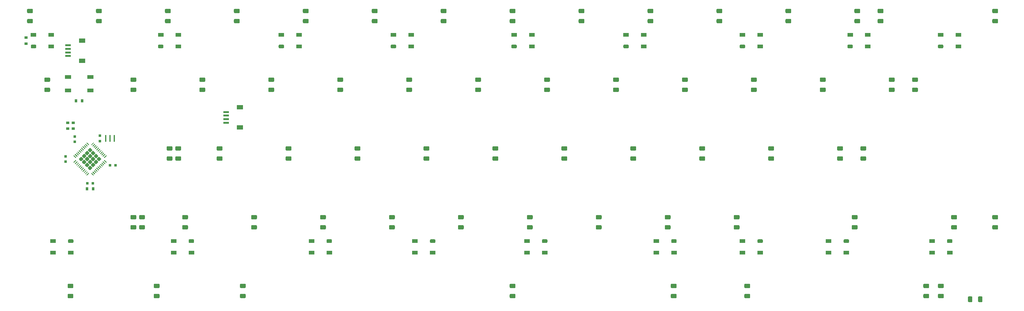
<source format=gbr>
%TF.GenerationSoftware,KiCad,Pcbnew,(5.1.11)-1*%
%TF.CreationDate,2022-09-07T08:58:02+07:00*%
%TF.ProjectId,Eclipse60,45636c69-7073-4653-9630-2e6b69636164,rev?*%
%TF.SameCoordinates,Original*%
%TF.FileFunction,Paste,Bot*%
%TF.FilePolarity,Positive*%
%FSLAX46Y46*%
G04 Gerber Fmt 4.6, Leading zero omitted, Abs format (unit mm)*
G04 Created by KiCad (PCBNEW (5.1.11)-1) date 2022-09-07 08:58:02*
%MOMM*%
%LPD*%
G01*
G04 APERTURE LIST*
%ADD10R,1.800000X1.200000*%
%ADD11R,1.550000X0.600000*%
%ADD12R,0.950000X0.800000*%
%ADD13R,1.800000X1.100000*%
%ADD14R,0.800000X0.950000*%
%ADD15R,1.500000X1.000000*%
%ADD16R,0.400000X1.900000*%
%ADD17R,0.750000X0.800000*%
%ADD18R,0.800000X0.750000*%
G04 APERTURE END LIST*
D10*
%TO.C,J1*%
X99242750Y-70496000D03*
X99242750Y-64896000D03*
D11*
X95367750Y-66196000D03*
X95367750Y-67196000D03*
X95367750Y-69196000D03*
X95367750Y-68196000D03*
%TD*%
D10*
%TO.C,J2*%
X55613750Y-51984375D03*
X55613750Y-46384375D03*
D11*
X51738750Y-47684375D03*
X51738750Y-48684375D03*
X51738750Y-50684375D03*
X51738750Y-49684375D03*
%TD*%
%TO.C,D16*%
G36*
G01*
X219635000Y-115000000D02*
X218515000Y-115000000D01*
G75*
G02*
X218275000Y-114760000I0J240000D01*
G01*
X218275000Y-114040000D01*
G75*
G02*
X218515000Y-113800000I240000J0D01*
G01*
X219635000Y-113800000D01*
G75*
G02*
X219875000Y-114040000I0J-240000D01*
G01*
X219875000Y-114760000D01*
G75*
G02*
X219635000Y-115000000I-240000J0D01*
G01*
G37*
G36*
G01*
X219635000Y-117800000D02*
X218515000Y-117800000D01*
G75*
G02*
X218275000Y-117560000I0J240000D01*
G01*
X218275000Y-116840000D01*
G75*
G02*
X218515000Y-116600000I240000J0D01*
G01*
X219635000Y-116600000D01*
G75*
G02*
X219875000Y-116840000I0J-240000D01*
G01*
X219875000Y-117560000D01*
G75*
G02*
X219635000Y-117800000I-240000J0D01*
G01*
G37*
%TD*%
D12*
%TO.C,R5*%
X40125000Y-47259375D03*
X40125000Y-45609375D03*
%TD*%
%TO.C,D72*%
G36*
G01*
X303175000Y-118660000D02*
X303175000Y-117540000D01*
G75*
G02*
X303415000Y-117300000I240000J0D01*
G01*
X304135000Y-117300000D01*
G75*
G02*
X304375000Y-117540000I0J-240000D01*
G01*
X304375000Y-118660000D01*
G75*
G02*
X304135000Y-118900000I-240000J0D01*
G01*
X303415000Y-118900000D01*
G75*
G02*
X303175000Y-118660000I0J240000D01*
G01*
G37*
G36*
G01*
X300375000Y-118660000D02*
X300375000Y-117540000D01*
G75*
G02*
X300615000Y-117300000I240000J0D01*
G01*
X301335000Y-117300000D01*
G75*
G02*
X301575000Y-117540000I0J-240000D01*
G01*
X301575000Y-118660000D01*
G75*
G02*
X301335000Y-118900000I-240000J0D01*
G01*
X300615000Y-118900000D01*
G75*
G02*
X300375000Y-118660000I0J240000D01*
G01*
G37*
%TD*%
%TO.C,D70*%
G36*
G01*
X293453750Y-115000000D02*
X292333750Y-115000000D01*
G75*
G02*
X292093750Y-114760000I0J240000D01*
G01*
X292093750Y-114040000D01*
G75*
G02*
X292333750Y-113800000I240000J0D01*
G01*
X293453750Y-113800000D01*
G75*
G02*
X293693750Y-114040000I0J-240000D01*
G01*
X293693750Y-114760000D01*
G75*
G02*
X293453750Y-115000000I-240000J0D01*
G01*
G37*
G36*
G01*
X293453750Y-117800000D02*
X292333750Y-117800000D01*
G75*
G02*
X292093750Y-117560000I0J240000D01*
G01*
X292093750Y-116840000D01*
G75*
G02*
X292333750Y-116600000I240000J0D01*
G01*
X293453750Y-116600000D01*
G75*
G02*
X293693750Y-116840000I0J-240000D01*
G01*
X293693750Y-117560000D01*
G75*
G02*
X293453750Y-117800000I-240000J0D01*
G01*
G37*
%TD*%
%TO.C,D69*%
G36*
G01*
X175109000Y-115000000D02*
X173989000Y-115000000D01*
G75*
G02*
X173749000Y-114760000I0J240000D01*
G01*
X173749000Y-114040000D01*
G75*
G02*
X173989000Y-113800000I240000J0D01*
G01*
X175109000Y-113800000D01*
G75*
G02*
X175349000Y-114040000I0J-240000D01*
G01*
X175349000Y-114760000D01*
G75*
G02*
X175109000Y-115000000I-240000J0D01*
G01*
G37*
G36*
G01*
X175109000Y-117800000D02*
X173989000Y-117800000D01*
G75*
G02*
X173749000Y-117560000I0J240000D01*
G01*
X173749000Y-116840000D01*
G75*
G02*
X173989000Y-116600000I240000J0D01*
G01*
X175109000Y-116600000D01*
G75*
G02*
X175349000Y-116840000I0J-240000D01*
G01*
X175349000Y-117560000D01*
G75*
G02*
X175109000Y-117800000I-240000J0D01*
G01*
G37*
%TD*%
%TO.C,D68*%
G36*
G01*
X239955000Y-115000000D02*
X238835000Y-115000000D01*
G75*
G02*
X238595000Y-114760000I0J240000D01*
G01*
X238595000Y-114040000D01*
G75*
G02*
X238835000Y-113800000I240000J0D01*
G01*
X239955000Y-113800000D01*
G75*
G02*
X240195000Y-114040000I0J-240000D01*
G01*
X240195000Y-114760000D01*
G75*
G02*
X239955000Y-115000000I-240000J0D01*
G01*
G37*
G36*
G01*
X239955000Y-117800000D02*
X238835000Y-117800000D01*
G75*
G02*
X238595000Y-117560000I0J240000D01*
G01*
X238595000Y-116840000D01*
G75*
G02*
X238835000Y-116600000I240000J0D01*
G01*
X239955000Y-116600000D01*
G75*
G02*
X240195000Y-116840000I0J-240000D01*
G01*
X240195000Y-117560000D01*
G75*
G02*
X239955000Y-117800000I-240000J0D01*
G01*
G37*
%TD*%
%TO.C,D67*%
G36*
G01*
X100572500Y-115000000D02*
X99452500Y-115000000D01*
G75*
G02*
X99212500Y-114760000I0J240000D01*
G01*
X99212500Y-114040000D01*
G75*
G02*
X99452500Y-113800000I240000J0D01*
G01*
X100572500Y-113800000D01*
G75*
G02*
X100812500Y-114040000I0J-240000D01*
G01*
X100812500Y-114760000D01*
G75*
G02*
X100572500Y-115000000I-240000J0D01*
G01*
G37*
G36*
G01*
X100572500Y-117800000D02*
X99452500Y-117800000D01*
G75*
G02*
X99212500Y-117560000I0J240000D01*
G01*
X99212500Y-116840000D01*
G75*
G02*
X99452500Y-116600000I240000J0D01*
G01*
X100572500Y-116600000D01*
G75*
G02*
X100812500Y-116840000I0J-240000D01*
G01*
X100812500Y-117560000D01*
G75*
G02*
X100572500Y-117800000I-240000J0D01*
G01*
G37*
%TD*%
%TO.C,D66*%
G36*
G01*
X76760000Y-115000000D02*
X75640000Y-115000000D01*
G75*
G02*
X75400000Y-114760000I0J240000D01*
G01*
X75400000Y-114040000D01*
G75*
G02*
X75640000Y-113800000I240000J0D01*
G01*
X76760000Y-113800000D01*
G75*
G02*
X77000000Y-114040000I0J-240000D01*
G01*
X77000000Y-114760000D01*
G75*
G02*
X76760000Y-115000000I-240000J0D01*
G01*
G37*
G36*
G01*
X76760000Y-117800000D02*
X75640000Y-117800000D01*
G75*
G02*
X75400000Y-117560000I0J240000D01*
G01*
X75400000Y-116840000D01*
G75*
G02*
X75640000Y-116600000I240000J0D01*
G01*
X76760000Y-116600000D01*
G75*
G02*
X77000000Y-116840000I0J-240000D01*
G01*
X77000000Y-117560000D01*
G75*
G02*
X76760000Y-117800000I-240000J0D01*
G01*
G37*
%TD*%
%TO.C,D65*%
G36*
G01*
X52947500Y-115000000D02*
X51827500Y-115000000D01*
G75*
G02*
X51587500Y-114760000I0J240000D01*
G01*
X51587500Y-114040000D01*
G75*
G02*
X51827500Y-113800000I240000J0D01*
G01*
X52947500Y-113800000D01*
G75*
G02*
X53187500Y-114040000I0J-240000D01*
G01*
X53187500Y-114760000D01*
G75*
G02*
X52947500Y-115000000I-240000J0D01*
G01*
G37*
G36*
G01*
X52947500Y-117800000D02*
X51827500Y-117800000D01*
G75*
G02*
X51587500Y-117560000I0J240000D01*
G01*
X51587500Y-116840000D01*
G75*
G02*
X51827500Y-116600000I240000J0D01*
G01*
X52947500Y-116600000D01*
G75*
G02*
X53187500Y-116840000I0J-240000D01*
G01*
X53187500Y-117560000D01*
G75*
G02*
X52947500Y-117800000I-240000J0D01*
G01*
G37*
%TD*%
%TO.C,D63*%
G36*
G01*
X308459000Y-95950000D02*
X307339000Y-95950000D01*
G75*
G02*
X307099000Y-95710000I0J240000D01*
G01*
X307099000Y-94990000D01*
G75*
G02*
X307339000Y-94750000I240000J0D01*
G01*
X308459000Y-94750000D01*
G75*
G02*
X308699000Y-94990000I0J-240000D01*
G01*
X308699000Y-95710000D01*
G75*
G02*
X308459000Y-95950000I-240000J0D01*
G01*
G37*
G36*
G01*
X308459000Y-98750000D02*
X307339000Y-98750000D01*
G75*
G02*
X307099000Y-98510000I0J240000D01*
G01*
X307099000Y-97790000D01*
G75*
G02*
X307339000Y-97550000I240000J0D01*
G01*
X308459000Y-97550000D01*
G75*
G02*
X308699000Y-97790000I0J-240000D01*
G01*
X308699000Y-98510000D01*
G75*
G02*
X308459000Y-98750000I-240000J0D01*
G01*
G37*
%TD*%
%TO.C,D30*%
G36*
G01*
X286310000Y-57850000D02*
X285190000Y-57850000D01*
G75*
G02*
X284950000Y-57610000I0J240000D01*
G01*
X284950000Y-56890000D01*
G75*
G02*
X285190000Y-56650000I240000J0D01*
G01*
X286310000Y-56650000D01*
G75*
G02*
X286550000Y-56890000I0J-240000D01*
G01*
X286550000Y-57610000D01*
G75*
G02*
X286310000Y-57850000I-240000J0D01*
G01*
G37*
G36*
G01*
X286310000Y-60650000D02*
X285190000Y-60650000D01*
G75*
G02*
X284950000Y-60410000I0J240000D01*
G01*
X284950000Y-59690000D01*
G75*
G02*
X285190000Y-59450000I240000J0D01*
G01*
X286310000Y-59450000D01*
G75*
G02*
X286550000Y-59690000I0J-240000D01*
G01*
X286550000Y-60410000D01*
G75*
G02*
X286310000Y-60650000I-240000J0D01*
G01*
G37*
%TD*%
D13*
%TO.C,SW1*%
X51668750Y-56490625D03*
X57868750Y-60190625D03*
X51668750Y-60190625D03*
X57868750Y-56490625D03*
%TD*%
D14*
%TO.C,R4*%
X53943750Y-63103125D03*
X55593750Y-63103125D03*
%TD*%
D15*
%TO.C,RGB18*%
X290443750Y-105184375D03*
X290443750Y-101984375D03*
X295343750Y-105184375D03*
G36*
G01*
X294593750Y-102234375D02*
X294593750Y-101734375D01*
G75*
G02*
X294843750Y-101484375I250000J0D01*
G01*
X295843750Y-101484375D01*
G75*
G02*
X296093750Y-101734375I0J-250000D01*
G01*
X296093750Y-102234375D01*
G75*
G02*
X295843750Y-102484375I-250000J0D01*
G01*
X294843750Y-102484375D01*
G75*
G02*
X294593750Y-102234375I0J250000D01*
G01*
G37*
%TD*%
%TO.C,RGB17*%
X261868750Y-105184375D03*
X261868750Y-101984375D03*
X266768750Y-105184375D03*
G36*
G01*
X266018750Y-102234375D02*
X266018750Y-101734375D01*
G75*
G02*
X266268750Y-101484375I250000J0D01*
G01*
X267268750Y-101484375D01*
G75*
G02*
X267518750Y-101734375I0J-250000D01*
G01*
X267518750Y-102234375D01*
G75*
G02*
X267268750Y-102484375I-250000J0D01*
G01*
X266268750Y-102484375D01*
G75*
G02*
X266018750Y-102234375I0J250000D01*
G01*
G37*
%TD*%
%TO.C,RGB16*%
X238056250Y-105184375D03*
X238056250Y-101984375D03*
X242956250Y-105184375D03*
G36*
G01*
X242206250Y-102234375D02*
X242206250Y-101734375D01*
G75*
G02*
X242456250Y-101484375I250000J0D01*
G01*
X243456250Y-101484375D01*
G75*
G02*
X243706250Y-101734375I0J-250000D01*
G01*
X243706250Y-102234375D01*
G75*
G02*
X243456250Y-102484375I-250000J0D01*
G01*
X242456250Y-102484375D01*
G75*
G02*
X242206250Y-102234375I0J250000D01*
G01*
G37*
%TD*%
%TO.C,RGB15*%
X214243750Y-105184375D03*
X214243750Y-101984375D03*
X219143750Y-105184375D03*
G36*
G01*
X218393750Y-102234375D02*
X218393750Y-101734375D01*
G75*
G02*
X218643750Y-101484375I250000J0D01*
G01*
X219643750Y-101484375D01*
G75*
G02*
X219893750Y-101734375I0J-250000D01*
G01*
X219893750Y-102234375D01*
G75*
G02*
X219643750Y-102484375I-250000J0D01*
G01*
X218643750Y-102484375D01*
G75*
G02*
X218393750Y-102234375I0J250000D01*
G01*
G37*
%TD*%
%TO.C,RGB14*%
X178525000Y-105184375D03*
X178525000Y-101984375D03*
X183425000Y-105184375D03*
G36*
G01*
X182675000Y-102234375D02*
X182675000Y-101734375D01*
G75*
G02*
X182925000Y-101484375I250000J0D01*
G01*
X183925000Y-101484375D01*
G75*
G02*
X184175000Y-101734375I0J-250000D01*
G01*
X184175000Y-102234375D01*
G75*
G02*
X183925000Y-102484375I-250000J0D01*
G01*
X182925000Y-102484375D01*
G75*
G02*
X182675000Y-102234375I0J250000D01*
G01*
G37*
%TD*%
%TO.C,RGB13*%
X147568750Y-105184375D03*
X147568750Y-101984375D03*
X152468750Y-105184375D03*
G36*
G01*
X151718750Y-102234375D02*
X151718750Y-101734375D01*
G75*
G02*
X151968750Y-101484375I250000J0D01*
G01*
X152968750Y-101484375D01*
G75*
G02*
X153218750Y-101734375I0J-250000D01*
G01*
X153218750Y-102234375D01*
G75*
G02*
X152968750Y-102484375I-250000J0D01*
G01*
X151968750Y-102484375D01*
G75*
G02*
X151718750Y-102234375I0J250000D01*
G01*
G37*
%TD*%
%TO.C,RGB12*%
X118993750Y-105184375D03*
X118993750Y-101984375D03*
X123893750Y-105184375D03*
G36*
G01*
X123143750Y-102234375D02*
X123143750Y-101734375D01*
G75*
G02*
X123393750Y-101484375I250000J0D01*
G01*
X124393750Y-101484375D01*
G75*
G02*
X124643750Y-101734375I0J-250000D01*
G01*
X124643750Y-102234375D01*
G75*
G02*
X124393750Y-102484375I-250000J0D01*
G01*
X123393750Y-102484375D01*
G75*
G02*
X123143750Y-102234375I0J250000D01*
G01*
G37*
%TD*%
%TO.C,RGB11*%
X80893750Y-105184375D03*
X80893750Y-101984375D03*
X85793750Y-105184375D03*
G36*
G01*
X85043750Y-102234375D02*
X85043750Y-101734375D01*
G75*
G02*
X85293750Y-101484375I250000J0D01*
G01*
X86293750Y-101484375D01*
G75*
G02*
X86543750Y-101734375I0J-250000D01*
G01*
X86543750Y-102234375D01*
G75*
G02*
X86293750Y-102484375I-250000J0D01*
G01*
X85293750Y-102484375D01*
G75*
G02*
X85043750Y-102234375I0J250000D01*
G01*
G37*
%TD*%
%TO.C,RGB10*%
X47556250Y-105184375D03*
X47556250Y-101984375D03*
X52456250Y-105184375D03*
G36*
G01*
X51706250Y-102234375D02*
X51706250Y-101734375D01*
G75*
G02*
X51956250Y-101484375I250000J0D01*
G01*
X52956250Y-101484375D01*
G75*
G02*
X53206250Y-101734375I0J-250000D01*
G01*
X53206250Y-102234375D01*
G75*
G02*
X52956250Y-102484375I-250000J0D01*
G01*
X51956250Y-102484375D01*
G75*
G02*
X51706250Y-102234375I0J250000D01*
G01*
G37*
%TD*%
%TO.C,RGB9*%
G36*
G01*
X293575000Y-47784375D02*
X293575000Y-48284375D01*
G75*
G02*
X293325000Y-48534375I-250000J0D01*
G01*
X292325000Y-48534375D01*
G75*
G02*
X292075000Y-48284375I0J250000D01*
G01*
X292075000Y-47784375D01*
G75*
G02*
X292325000Y-47534375I250000J0D01*
G01*
X293325000Y-47534375D01*
G75*
G02*
X293575000Y-47784375I0J-250000D01*
G01*
G37*
X292825000Y-44834375D03*
X297725000Y-48034375D03*
X297725000Y-44834375D03*
%TD*%
%TO.C,RGB8*%
G36*
G01*
X268571875Y-47784375D02*
X268571875Y-48284375D01*
G75*
G02*
X268321875Y-48534375I-250000J0D01*
G01*
X267321875Y-48534375D01*
G75*
G02*
X267071875Y-48284375I0J250000D01*
G01*
X267071875Y-47784375D01*
G75*
G02*
X267321875Y-47534375I250000J0D01*
G01*
X268321875Y-47534375D01*
G75*
G02*
X268571875Y-47784375I0J-250000D01*
G01*
G37*
X267821875Y-44834375D03*
X272721875Y-48034375D03*
X272721875Y-44834375D03*
%TD*%
%TO.C,RGB7*%
G36*
G01*
X238806250Y-47784375D02*
X238806250Y-48284375D01*
G75*
G02*
X238556250Y-48534375I-250000J0D01*
G01*
X237556250Y-48534375D01*
G75*
G02*
X237306250Y-48284375I0J250000D01*
G01*
X237306250Y-47784375D01*
G75*
G02*
X237556250Y-47534375I250000J0D01*
G01*
X238556250Y-47534375D01*
G75*
G02*
X238806250Y-47784375I0J-250000D01*
G01*
G37*
X238056250Y-44834375D03*
X242956250Y-48034375D03*
X242956250Y-44834375D03*
%TD*%
%TO.C,RGB6*%
G36*
G01*
X206659375Y-47784375D02*
X206659375Y-48284375D01*
G75*
G02*
X206409375Y-48534375I-250000J0D01*
G01*
X205409375Y-48534375D01*
G75*
G02*
X205159375Y-48284375I0J250000D01*
G01*
X205159375Y-47784375D01*
G75*
G02*
X205409375Y-47534375I250000J0D01*
G01*
X206409375Y-47534375D01*
G75*
G02*
X206659375Y-47784375I0J-250000D01*
G01*
G37*
X205909375Y-44834375D03*
X210809375Y-48034375D03*
X210809375Y-44834375D03*
%TD*%
%TO.C,RGB5*%
G36*
G01*
X175703125Y-47784375D02*
X175703125Y-48284375D01*
G75*
G02*
X175453125Y-48534375I-250000J0D01*
G01*
X174453125Y-48534375D01*
G75*
G02*
X174203125Y-48284375I0J250000D01*
G01*
X174203125Y-47784375D01*
G75*
G02*
X174453125Y-47534375I250000J0D01*
G01*
X175453125Y-47534375D01*
G75*
G02*
X175703125Y-47784375I0J-250000D01*
G01*
G37*
X174953125Y-44834375D03*
X179853125Y-48034375D03*
X179853125Y-44834375D03*
%TD*%
%TO.C,RGB4*%
G36*
G01*
X142365625Y-47784375D02*
X142365625Y-48284375D01*
G75*
G02*
X142115625Y-48534375I-250000J0D01*
G01*
X141115625Y-48534375D01*
G75*
G02*
X140865625Y-48284375I0J250000D01*
G01*
X140865625Y-47784375D01*
G75*
G02*
X141115625Y-47534375I250000J0D01*
G01*
X142115625Y-47534375D01*
G75*
G02*
X142365625Y-47784375I0J-250000D01*
G01*
G37*
X141615625Y-44834375D03*
X146515625Y-48034375D03*
X146515625Y-44834375D03*
%TD*%
%TO.C,RGB3*%
G36*
G01*
X111409375Y-47784375D02*
X111409375Y-48284375D01*
G75*
G02*
X111159375Y-48534375I-250000J0D01*
G01*
X110159375Y-48534375D01*
G75*
G02*
X109909375Y-48284375I0J250000D01*
G01*
X109909375Y-47784375D01*
G75*
G02*
X110159375Y-47534375I250000J0D01*
G01*
X111159375Y-47534375D01*
G75*
G02*
X111409375Y-47784375I0J-250000D01*
G01*
G37*
X110659375Y-44834375D03*
X115559375Y-48034375D03*
X115559375Y-44834375D03*
%TD*%
%TO.C,RGB2*%
G36*
G01*
X78071875Y-47784375D02*
X78071875Y-48284375D01*
G75*
G02*
X77821875Y-48534375I-250000J0D01*
G01*
X76821875Y-48534375D01*
G75*
G02*
X76571875Y-48284375I0J250000D01*
G01*
X76571875Y-47784375D01*
G75*
G02*
X76821875Y-47534375I250000J0D01*
G01*
X77821875Y-47534375D01*
G75*
G02*
X78071875Y-47784375I0J-250000D01*
G01*
G37*
X77321875Y-44834375D03*
X82221875Y-48034375D03*
X82221875Y-44834375D03*
%TD*%
%TO.C,RGB1*%
G36*
G01*
X42925000Y-47784375D02*
X42925000Y-48284375D01*
G75*
G02*
X42675000Y-48534375I-250000J0D01*
G01*
X41675000Y-48534375D01*
G75*
G02*
X41425000Y-48284375I0J250000D01*
G01*
X41425000Y-47784375D01*
G75*
G02*
X41675000Y-47534375I250000J0D01*
G01*
X42675000Y-47534375D01*
G75*
G02*
X42925000Y-47784375I0J-250000D01*
G01*
G37*
X42175000Y-44834375D03*
X47075000Y-48034375D03*
X47075000Y-44834375D03*
%TD*%
%TO.C,U1*%
G36*
G01*
X53248000Y-78303172D02*
X53336388Y-78214784D01*
G75*
G02*
X53424776Y-78214784I44194J-44194D01*
G01*
X53955106Y-78745114D01*
G75*
G02*
X53955106Y-78833502I-44194J-44194D01*
G01*
X53866718Y-78921890D01*
G75*
G02*
X53778330Y-78921890I-44194J44194D01*
G01*
X53248000Y-78391560D01*
G75*
G02*
X53248000Y-78303172I44194J44194D01*
G01*
G37*
G36*
G01*
X53601554Y-77949619D02*
X53689942Y-77861231D01*
G75*
G02*
X53778330Y-77861231I44194J-44194D01*
G01*
X54308660Y-78391561D01*
G75*
G02*
X54308660Y-78479949I-44194J-44194D01*
G01*
X54220272Y-78568337D01*
G75*
G02*
X54131884Y-78568337I-44194J44194D01*
G01*
X53601554Y-78038007D01*
G75*
G02*
X53601554Y-77949619I44194J44194D01*
G01*
G37*
G36*
G01*
X53955107Y-77596066D02*
X54043495Y-77507678D01*
G75*
G02*
X54131883Y-77507678I44194J-44194D01*
G01*
X54662213Y-78038008D01*
G75*
G02*
X54662213Y-78126396I-44194J-44194D01*
G01*
X54573825Y-78214784D01*
G75*
G02*
X54485437Y-78214784I-44194J44194D01*
G01*
X53955107Y-77684454D01*
G75*
G02*
X53955107Y-77596066I44194J44194D01*
G01*
G37*
G36*
G01*
X54308661Y-77242512D02*
X54397049Y-77154124D01*
G75*
G02*
X54485437Y-77154124I44194J-44194D01*
G01*
X55015767Y-77684454D01*
G75*
G02*
X55015767Y-77772842I-44194J-44194D01*
G01*
X54927379Y-77861230D01*
G75*
G02*
X54838991Y-77861230I-44194J44194D01*
G01*
X54308661Y-77330900D01*
G75*
G02*
X54308661Y-77242512I44194J44194D01*
G01*
G37*
G36*
G01*
X54662214Y-76888959D02*
X54750602Y-76800571D01*
G75*
G02*
X54838990Y-76800571I44194J-44194D01*
G01*
X55369320Y-77330901D01*
G75*
G02*
X55369320Y-77419289I-44194J-44194D01*
G01*
X55280932Y-77507677D01*
G75*
G02*
X55192544Y-77507677I-44194J44194D01*
G01*
X54662214Y-76977347D01*
G75*
G02*
X54662214Y-76888959I44194J44194D01*
G01*
G37*
G36*
G01*
X55015767Y-76535405D02*
X55104155Y-76447017D01*
G75*
G02*
X55192543Y-76447017I44194J-44194D01*
G01*
X55722873Y-76977347D01*
G75*
G02*
X55722873Y-77065735I-44194J-44194D01*
G01*
X55634485Y-77154123D01*
G75*
G02*
X55546097Y-77154123I-44194J44194D01*
G01*
X55015767Y-76623793D01*
G75*
G02*
X55015767Y-76535405I44194J44194D01*
G01*
G37*
G36*
G01*
X55369321Y-76181852D02*
X55457709Y-76093464D01*
G75*
G02*
X55546097Y-76093464I44194J-44194D01*
G01*
X56076427Y-76623794D01*
G75*
G02*
X56076427Y-76712182I-44194J-44194D01*
G01*
X55988039Y-76800570D01*
G75*
G02*
X55899651Y-76800570I-44194J44194D01*
G01*
X55369321Y-76270240D01*
G75*
G02*
X55369321Y-76181852I44194J44194D01*
G01*
G37*
G36*
G01*
X55722874Y-75828299D02*
X55811262Y-75739911D01*
G75*
G02*
X55899650Y-75739911I44194J-44194D01*
G01*
X56429980Y-76270241D01*
G75*
G02*
X56429980Y-76358629I-44194J-44194D01*
G01*
X56341592Y-76447017D01*
G75*
G02*
X56253204Y-76447017I-44194J44194D01*
G01*
X55722874Y-75916687D01*
G75*
G02*
X55722874Y-75828299I44194J44194D01*
G01*
G37*
G36*
G01*
X56076428Y-75474745D02*
X56164816Y-75386357D01*
G75*
G02*
X56253204Y-75386357I44194J-44194D01*
G01*
X56783534Y-75916687D01*
G75*
G02*
X56783534Y-76005075I-44194J-44194D01*
G01*
X56695146Y-76093463D01*
G75*
G02*
X56606758Y-76093463I-44194J44194D01*
G01*
X56076428Y-75563133D01*
G75*
G02*
X56076428Y-75474745I44194J44194D01*
G01*
G37*
G36*
G01*
X56429981Y-75121192D02*
X56518369Y-75032804D01*
G75*
G02*
X56606757Y-75032804I44194J-44194D01*
G01*
X57137087Y-75563134D01*
G75*
G02*
X57137087Y-75651522I-44194J-44194D01*
G01*
X57048699Y-75739910D01*
G75*
G02*
X56960311Y-75739910I-44194J44194D01*
G01*
X56429981Y-75209580D01*
G75*
G02*
X56429981Y-75121192I44194J44194D01*
G01*
G37*
G36*
G01*
X56783534Y-74767638D02*
X56871922Y-74679250D01*
G75*
G02*
X56960310Y-74679250I44194J-44194D01*
G01*
X57490640Y-75209580D01*
G75*
G02*
X57490640Y-75297968I-44194J-44194D01*
G01*
X57402252Y-75386356D01*
G75*
G02*
X57313864Y-75386356I-44194J44194D01*
G01*
X56783534Y-74856026D01*
G75*
G02*
X56783534Y-74767638I44194J44194D01*
G01*
G37*
G36*
G01*
X58109360Y-75209580D02*
X58639690Y-74679250D01*
G75*
G02*
X58728078Y-74679250I44194J-44194D01*
G01*
X58816466Y-74767638D01*
G75*
G02*
X58816466Y-74856026I-44194J-44194D01*
G01*
X58286136Y-75386356D01*
G75*
G02*
X58197748Y-75386356I-44194J44194D01*
G01*
X58109360Y-75297968D01*
G75*
G02*
X58109360Y-75209580I44194J44194D01*
G01*
G37*
G36*
G01*
X58462913Y-75563134D02*
X58993243Y-75032804D01*
G75*
G02*
X59081631Y-75032804I44194J-44194D01*
G01*
X59170019Y-75121192D01*
G75*
G02*
X59170019Y-75209580I-44194J-44194D01*
G01*
X58639689Y-75739910D01*
G75*
G02*
X58551301Y-75739910I-44194J44194D01*
G01*
X58462913Y-75651522D01*
G75*
G02*
X58462913Y-75563134I44194J44194D01*
G01*
G37*
G36*
G01*
X58816466Y-75916687D02*
X59346796Y-75386357D01*
G75*
G02*
X59435184Y-75386357I44194J-44194D01*
G01*
X59523572Y-75474745D01*
G75*
G02*
X59523572Y-75563133I-44194J-44194D01*
G01*
X58993242Y-76093463D01*
G75*
G02*
X58904854Y-76093463I-44194J44194D01*
G01*
X58816466Y-76005075D01*
G75*
G02*
X58816466Y-75916687I44194J44194D01*
G01*
G37*
G36*
G01*
X59170020Y-76270241D02*
X59700350Y-75739911D01*
G75*
G02*
X59788738Y-75739911I44194J-44194D01*
G01*
X59877126Y-75828299D01*
G75*
G02*
X59877126Y-75916687I-44194J-44194D01*
G01*
X59346796Y-76447017D01*
G75*
G02*
X59258408Y-76447017I-44194J44194D01*
G01*
X59170020Y-76358629D01*
G75*
G02*
X59170020Y-76270241I44194J44194D01*
G01*
G37*
G36*
G01*
X59523573Y-76623794D02*
X60053903Y-76093464D01*
G75*
G02*
X60142291Y-76093464I44194J-44194D01*
G01*
X60230679Y-76181852D01*
G75*
G02*
X60230679Y-76270240I-44194J-44194D01*
G01*
X59700349Y-76800570D01*
G75*
G02*
X59611961Y-76800570I-44194J44194D01*
G01*
X59523573Y-76712182D01*
G75*
G02*
X59523573Y-76623794I44194J44194D01*
G01*
G37*
G36*
G01*
X59877127Y-76977347D02*
X60407457Y-76447017D01*
G75*
G02*
X60495845Y-76447017I44194J-44194D01*
G01*
X60584233Y-76535405D01*
G75*
G02*
X60584233Y-76623793I-44194J-44194D01*
G01*
X60053903Y-77154123D01*
G75*
G02*
X59965515Y-77154123I-44194J44194D01*
G01*
X59877127Y-77065735D01*
G75*
G02*
X59877127Y-76977347I44194J44194D01*
G01*
G37*
G36*
G01*
X60230680Y-77330901D02*
X60761010Y-76800571D01*
G75*
G02*
X60849398Y-76800571I44194J-44194D01*
G01*
X60937786Y-76888959D01*
G75*
G02*
X60937786Y-76977347I-44194J-44194D01*
G01*
X60407456Y-77507677D01*
G75*
G02*
X60319068Y-77507677I-44194J44194D01*
G01*
X60230680Y-77419289D01*
G75*
G02*
X60230680Y-77330901I44194J44194D01*
G01*
G37*
G36*
G01*
X60584233Y-77684454D02*
X61114563Y-77154124D01*
G75*
G02*
X61202951Y-77154124I44194J-44194D01*
G01*
X61291339Y-77242512D01*
G75*
G02*
X61291339Y-77330900I-44194J-44194D01*
G01*
X60761009Y-77861230D01*
G75*
G02*
X60672621Y-77861230I-44194J44194D01*
G01*
X60584233Y-77772842D01*
G75*
G02*
X60584233Y-77684454I44194J44194D01*
G01*
G37*
G36*
G01*
X60937787Y-78038008D02*
X61468117Y-77507678D01*
G75*
G02*
X61556505Y-77507678I44194J-44194D01*
G01*
X61644893Y-77596066D01*
G75*
G02*
X61644893Y-77684454I-44194J-44194D01*
G01*
X61114563Y-78214784D01*
G75*
G02*
X61026175Y-78214784I-44194J44194D01*
G01*
X60937787Y-78126396D01*
G75*
G02*
X60937787Y-78038008I44194J44194D01*
G01*
G37*
G36*
G01*
X61291340Y-78391561D02*
X61821670Y-77861231D01*
G75*
G02*
X61910058Y-77861231I44194J-44194D01*
G01*
X61998446Y-77949619D01*
G75*
G02*
X61998446Y-78038007I-44194J-44194D01*
G01*
X61468116Y-78568337D01*
G75*
G02*
X61379728Y-78568337I-44194J44194D01*
G01*
X61291340Y-78479949D01*
G75*
G02*
X61291340Y-78391561I44194J44194D01*
G01*
G37*
G36*
G01*
X61644894Y-78745114D02*
X62175224Y-78214784D01*
G75*
G02*
X62263612Y-78214784I44194J-44194D01*
G01*
X62352000Y-78303172D01*
G75*
G02*
X62352000Y-78391560I-44194J-44194D01*
G01*
X61821670Y-78921890D01*
G75*
G02*
X61733282Y-78921890I-44194J44194D01*
G01*
X61644894Y-78833502D01*
G75*
G02*
X61644894Y-78745114I44194J44194D01*
G01*
G37*
G36*
G01*
X61644894Y-79628998D02*
X61733282Y-79540610D01*
G75*
G02*
X61821670Y-79540610I44194J-44194D01*
G01*
X62352000Y-80070940D01*
G75*
G02*
X62352000Y-80159328I-44194J-44194D01*
G01*
X62263612Y-80247716D01*
G75*
G02*
X62175224Y-80247716I-44194J44194D01*
G01*
X61644894Y-79717386D01*
G75*
G02*
X61644894Y-79628998I44194J44194D01*
G01*
G37*
G36*
G01*
X61291340Y-79982551D02*
X61379728Y-79894163D01*
G75*
G02*
X61468116Y-79894163I44194J-44194D01*
G01*
X61998446Y-80424493D01*
G75*
G02*
X61998446Y-80512881I-44194J-44194D01*
G01*
X61910058Y-80601269D01*
G75*
G02*
X61821670Y-80601269I-44194J44194D01*
G01*
X61291340Y-80070939D01*
G75*
G02*
X61291340Y-79982551I44194J44194D01*
G01*
G37*
G36*
G01*
X60937787Y-80336104D02*
X61026175Y-80247716D01*
G75*
G02*
X61114563Y-80247716I44194J-44194D01*
G01*
X61644893Y-80778046D01*
G75*
G02*
X61644893Y-80866434I-44194J-44194D01*
G01*
X61556505Y-80954822D01*
G75*
G02*
X61468117Y-80954822I-44194J44194D01*
G01*
X60937787Y-80424492D01*
G75*
G02*
X60937787Y-80336104I44194J44194D01*
G01*
G37*
G36*
G01*
X60584233Y-80689658D02*
X60672621Y-80601270D01*
G75*
G02*
X60761009Y-80601270I44194J-44194D01*
G01*
X61291339Y-81131600D01*
G75*
G02*
X61291339Y-81219988I-44194J-44194D01*
G01*
X61202951Y-81308376D01*
G75*
G02*
X61114563Y-81308376I-44194J44194D01*
G01*
X60584233Y-80778046D01*
G75*
G02*
X60584233Y-80689658I44194J44194D01*
G01*
G37*
G36*
G01*
X60230680Y-81043211D02*
X60319068Y-80954823D01*
G75*
G02*
X60407456Y-80954823I44194J-44194D01*
G01*
X60937786Y-81485153D01*
G75*
G02*
X60937786Y-81573541I-44194J-44194D01*
G01*
X60849398Y-81661929D01*
G75*
G02*
X60761010Y-81661929I-44194J44194D01*
G01*
X60230680Y-81131599D01*
G75*
G02*
X60230680Y-81043211I44194J44194D01*
G01*
G37*
G36*
G01*
X59877127Y-81396765D02*
X59965515Y-81308377D01*
G75*
G02*
X60053903Y-81308377I44194J-44194D01*
G01*
X60584233Y-81838707D01*
G75*
G02*
X60584233Y-81927095I-44194J-44194D01*
G01*
X60495845Y-82015483D01*
G75*
G02*
X60407457Y-82015483I-44194J44194D01*
G01*
X59877127Y-81485153D01*
G75*
G02*
X59877127Y-81396765I44194J44194D01*
G01*
G37*
G36*
G01*
X59523573Y-81750318D02*
X59611961Y-81661930D01*
G75*
G02*
X59700349Y-81661930I44194J-44194D01*
G01*
X60230679Y-82192260D01*
G75*
G02*
X60230679Y-82280648I-44194J-44194D01*
G01*
X60142291Y-82369036D01*
G75*
G02*
X60053903Y-82369036I-44194J44194D01*
G01*
X59523573Y-81838706D01*
G75*
G02*
X59523573Y-81750318I44194J44194D01*
G01*
G37*
G36*
G01*
X59170020Y-82103871D02*
X59258408Y-82015483D01*
G75*
G02*
X59346796Y-82015483I44194J-44194D01*
G01*
X59877126Y-82545813D01*
G75*
G02*
X59877126Y-82634201I-44194J-44194D01*
G01*
X59788738Y-82722589D01*
G75*
G02*
X59700350Y-82722589I-44194J44194D01*
G01*
X59170020Y-82192259D01*
G75*
G02*
X59170020Y-82103871I44194J44194D01*
G01*
G37*
G36*
G01*
X58816466Y-82457425D02*
X58904854Y-82369037D01*
G75*
G02*
X58993242Y-82369037I44194J-44194D01*
G01*
X59523572Y-82899367D01*
G75*
G02*
X59523572Y-82987755I-44194J-44194D01*
G01*
X59435184Y-83076143D01*
G75*
G02*
X59346796Y-83076143I-44194J44194D01*
G01*
X58816466Y-82545813D01*
G75*
G02*
X58816466Y-82457425I44194J44194D01*
G01*
G37*
G36*
G01*
X58462913Y-82810978D02*
X58551301Y-82722590D01*
G75*
G02*
X58639689Y-82722590I44194J-44194D01*
G01*
X59170019Y-83252920D01*
G75*
G02*
X59170019Y-83341308I-44194J-44194D01*
G01*
X59081631Y-83429696D01*
G75*
G02*
X58993243Y-83429696I-44194J44194D01*
G01*
X58462913Y-82899366D01*
G75*
G02*
X58462913Y-82810978I44194J44194D01*
G01*
G37*
G36*
G01*
X58109360Y-83164532D02*
X58197748Y-83076144D01*
G75*
G02*
X58286136Y-83076144I44194J-44194D01*
G01*
X58816466Y-83606474D01*
G75*
G02*
X58816466Y-83694862I-44194J-44194D01*
G01*
X58728078Y-83783250D01*
G75*
G02*
X58639690Y-83783250I-44194J44194D01*
G01*
X58109360Y-83252920D01*
G75*
G02*
X58109360Y-83164532I44194J44194D01*
G01*
G37*
G36*
G01*
X56783534Y-83606474D02*
X57313864Y-83076144D01*
G75*
G02*
X57402252Y-83076144I44194J-44194D01*
G01*
X57490640Y-83164532D01*
G75*
G02*
X57490640Y-83252920I-44194J-44194D01*
G01*
X56960310Y-83783250D01*
G75*
G02*
X56871922Y-83783250I-44194J44194D01*
G01*
X56783534Y-83694862D01*
G75*
G02*
X56783534Y-83606474I44194J44194D01*
G01*
G37*
G36*
G01*
X56429981Y-83252920D02*
X56960311Y-82722590D01*
G75*
G02*
X57048699Y-82722590I44194J-44194D01*
G01*
X57137087Y-82810978D01*
G75*
G02*
X57137087Y-82899366I-44194J-44194D01*
G01*
X56606757Y-83429696D01*
G75*
G02*
X56518369Y-83429696I-44194J44194D01*
G01*
X56429981Y-83341308D01*
G75*
G02*
X56429981Y-83252920I44194J44194D01*
G01*
G37*
G36*
G01*
X56076428Y-82899367D02*
X56606758Y-82369037D01*
G75*
G02*
X56695146Y-82369037I44194J-44194D01*
G01*
X56783534Y-82457425D01*
G75*
G02*
X56783534Y-82545813I-44194J-44194D01*
G01*
X56253204Y-83076143D01*
G75*
G02*
X56164816Y-83076143I-44194J44194D01*
G01*
X56076428Y-82987755D01*
G75*
G02*
X56076428Y-82899367I44194J44194D01*
G01*
G37*
G36*
G01*
X55722874Y-82545813D02*
X56253204Y-82015483D01*
G75*
G02*
X56341592Y-82015483I44194J-44194D01*
G01*
X56429980Y-82103871D01*
G75*
G02*
X56429980Y-82192259I-44194J-44194D01*
G01*
X55899650Y-82722589D01*
G75*
G02*
X55811262Y-82722589I-44194J44194D01*
G01*
X55722874Y-82634201D01*
G75*
G02*
X55722874Y-82545813I44194J44194D01*
G01*
G37*
G36*
G01*
X55369321Y-82192260D02*
X55899651Y-81661930D01*
G75*
G02*
X55988039Y-81661930I44194J-44194D01*
G01*
X56076427Y-81750318D01*
G75*
G02*
X56076427Y-81838706I-44194J-44194D01*
G01*
X55546097Y-82369036D01*
G75*
G02*
X55457709Y-82369036I-44194J44194D01*
G01*
X55369321Y-82280648D01*
G75*
G02*
X55369321Y-82192260I44194J44194D01*
G01*
G37*
G36*
G01*
X55015767Y-81838707D02*
X55546097Y-81308377D01*
G75*
G02*
X55634485Y-81308377I44194J-44194D01*
G01*
X55722873Y-81396765D01*
G75*
G02*
X55722873Y-81485153I-44194J-44194D01*
G01*
X55192543Y-82015483D01*
G75*
G02*
X55104155Y-82015483I-44194J44194D01*
G01*
X55015767Y-81927095D01*
G75*
G02*
X55015767Y-81838707I44194J44194D01*
G01*
G37*
G36*
G01*
X54662214Y-81485153D02*
X55192544Y-80954823D01*
G75*
G02*
X55280932Y-80954823I44194J-44194D01*
G01*
X55369320Y-81043211D01*
G75*
G02*
X55369320Y-81131599I-44194J-44194D01*
G01*
X54838990Y-81661929D01*
G75*
G02*
X54750602Y-81661929I-44194J44194D01*
G01*
X54662214Y-81573541D01*
G75*
G02*
X54662214Y-81485153I44194J44194D01*
G01*
G37*
G36*
G01*
X54308661Y-81131600D02*
X54838991Y-80601270D01*
G75*
G02*
X54927379Y-80601270I44194J-44194D01*
G01*
X55015767Y-80689658D01*
G75*
G02*
X55015767Y-80778046I-44194J-44194D01*
G01*
X54485437Y-81308376D01*
G75*
G02*
X54397049Y-81308376I-44194J44194D01*
G01*
X54308661Y-81219988D01*
G75*
G02*
X54308661Y-81131600I44194J44194D01*
G01*
G37*
G36*
G01*
X53955107Y-80778046D02*
X54485437Y-80247716D01*
G75*
G02*
X54573825Y-80247716I44194J-44194D01*
G01*
X54662213Y-80336104D01*
G75*
G02*
X54662213Y-80424492I-44194J-44194D01*
G01*
X54131883Y-80954822D01*
G75*
G02*
X54043495Y-80954822I-44194J44194D01*
G01*
X53955107Y-80866434D01*
G75*
G02*
X53955107Y-80778046I44194J44194D01*
G01*
G37*
G36*
G01*
X53601554Y-80424493D02*
X54131884Y-79894163D01*
G75*
G02*
X54220272Y-79894163I44194J-44194D01*
G01*
X54308660Y-79982551D01*
G75*
G02*
X54308660Y-80070939I-44194J-44194D01*
G01*
X53778330Y-80601269D01*
G75*
G02*
X53689942Y-80601269I-44194J44194D01*
G01*
X53601554Y-80512881D01*
G75*
G02*
X53601554Y-80424493I44194J44194D01*
G01*
G37*
G36*
G01*
X53248000Y-80070940D02*
X53778330Y-79540610D01*
G75*
G02*
X53866718Y-79540610I44194J-44194D01*
G01*
X53955106Y-79628998D01*
G75*
G02*
X53955106Y-79717386I-44194J-44194D01*
G01*
X53424776Y-80247716D01*
G75*
G02*
X53336388Y-80247716I-44194J44194D01*
G01*
X53248000Y-80159328D01*
G75*
G02*
X53248000Y-80070940I44194J44194D01*
G01*
G37*
G36*
G01*
X54805071Y-79054952D02*
X55157667Y-78702356D01*
G75*
G02*
X55510263Y-78702356I176298J-176298D01*
G01*
X55862859Y-79054952D01*
G75*
G02*
X55862859Y-79407548I-176298J-176298D01*
G01*
X55510263Y-79760144D01*
G75*
G02*
X55157667Y-79760144I-176298J176298D01*
G01*
X54805071Y-79407548D01*
G75*
G02*
X54805071Y-79054952I176298J176298D01*
G01*
G37*
G36*
G01*
X55627083Y-78232940D02*
X55979679Y-77880344D01*
G75*
G02*
X56332275Y-77880344I176298J-176298D01*
G01*
X56684871Y-78232940D01*
G75*
G02*
X56684871Y-78585536I-176298J-176298D01*
G01*
X56332275Y-78938132D01*
G75*
G02*
X55979679Y-78938132I-176298J176298D01*
G01*
X55627083Y-78585536D01*
G75*
G02*
X55627083Y-78232940I176298J176298D01*
G01*
G37*
G36*
G01*
X56449094Y-77410929D02*
X56801690Y-77058333D01*
G75*
G02*
X57154286Y-77058333I176298J-176298D01*
G01*
X57506882Y-77410929D01*
G75*
G02*
X57506882Y-77763525I-176298J-176298D01*
G01*
X57154286Y-78116121D01*
G75*
G02*
X56801690Y-78116121I-176298J176298D01*
G01*
X56449094Y-77763525D01*
G75*
G02*
X56449094Y-77410929I176298J176298D01*
G01*
G37*
G36*
G01*
X57271106Y-76588917D02*
X57623702Y-76236321D01*
G75*
G02*
X57976298Y-76236321I176298J-176298D01*
G01*
X58328894Y-76588917D01*
G75*
G02*
X58328894Y-76941513I-176298J-176298D01*
G01*
X57976298Y-77294109D01*
G75*
G02*
X57623702Y-77294109I-176298J176298D01*
G01*
X57271106Y-76941513D01*
G75*
G02*
X57271106Y-76588917I176298J176298D01*
G01*
G37*
G36*
G01*
X55627083Y-79876964D02*
X55979679Y-79524368D01*
G75*
G02*
X56332275Y-79524368I176298J-176298D01*
G01*
X56684871Y-79876964D01*
G75*
G02*
X56684871Y-80229560I-176298J-176298D01*
G01*
X56332275Y-80582156D01*
G75*
G02*
X55979679Y-80582156I-176298J176298D01*
G01*
X55627083Y-80229560D01*
G75*
G02*
X55627083Y-79876964I176298J176298D01*
G01*
G37*
G36*
G01*
X56449094Y-79054952D02*
X56801690Y-78702356D01*
G75*
G02*
X57154286Y-78702356I176298J-176298D01*
G01*
X57506882Y-79054952D01*
G75*
G02*
X57506882Y-79407548I-176298J-176298D01*
G01*
X57154286Y-79760144D01*
G75*
G02*
X56801690Y-79760144I-176298J176298D01*
G01*
X56449094Y-79407548D01*
G75*
G02*
X56449094Y-79054952I176298J176298D01*
G01*
G37*
G36*
G01*
X57271106Y-78232940D02*
X57623702Y-77880344D01*
G75*
G02*
X57976298Y-77880344I176298J-176298D01*
G01*
X58328894Y-78232940D01*
G75*
G02*
X58328894Y-78585536I-176298J-176298D01*
G01*
X57976298Y-78938132D01*
G75*
G02*
X57623702Y-78938132I-176298J176298D01*
G01*
X57271106Y-78585536D01*
G75*
G02*
X57271106Y-78232940I176298J176298D01*
G01*
G37*
G36*
G01*
X58093118Y-77410929D02*
X58445714Y-77058333D01*
G75*
G02*
X58798310Y-77058333I176298J-176298D01*
G01*
X59150906Y-77410929D01*
G75*
G02*
X59150906Y-77763525I-176298J-176298D01*
G01*
X58798310Y-78116121D01*
G75*
G02*
X58445714Y-78116121I-176298J176298D01*
G01*
X58093118Y-77763525D01*
G75*
G02*
X58093118Y-77410929I176298J176298D01*
G01*
G37*
G36*
G01*
X56449094Y-80698975D02*
X56801690Y-80346379D01*
G75*
G02*
X57154286Y-80346379I176298J-176298D01*
G01*
X57506882Y-80698975D01*
G75*
G02*
X57506882Y-81051571I-176298J-176298D01*
G01*
X57154286Y-81404167D01*
G75*
G02*
X56801690Y-81404167I-176298J176298D01*
G01*
X56449094Y-81051571D01*
G75*
G02*
X56449094Y-80698975I176298J176298D01*
G01*
G37*
G36*
G01*
X57271106Y-79876964D02*
X57623702Y-79524368D01*
G75*
G02*
X57976298Y-79524368I176298J-176298D01*
G01*
X58328894Y-79876964D01*
G75*
G02*
X58328894Y-80229560I-176298J-176298D01*
G01*
X57976298Y-80582156D01*
G75*
G02*
X57623702Y-80582156I-176298J176298D01*
G01*
X57271106Y-80229560D01*
G75*
G02*
X57271106Y-79876964I176298J176298D01*
G01*
G37*
G36*
G01*
X58093118Y-79054952D02*
X58445714Y-78702356D01*
G75*
G02*
X58798310Y-78702356I176298J-176298D01*
G01*
X59150906Y-79054952D01*
G75*
G02*
X59150906Y-79407548I-176298J-176298D01*
G01*
X58798310Y-79760144D01*
G75*
G02*
X58445714Y-79760144I-176298J176298D01*
G01*
X58093118Y-79407548D01*
G75*
G02*
X58093118Y-79054952I176298J176298D01*
G01*
G37*
G36*
G01*
X58915129Y-78232940D02*
X59267725Y-77880344D01*
G75*
G02*
X59620321Y-77880344I176298J-176298D01*
G01*
X59972917Y-78232940D01*
G75*
G02*
X59972917Y-78585536I-176298J-176298D01*
G01*
X59620321Y-78938132D01*
G75*
G02*
X59267725Y-78938132I-176298J176298D01*
G01*
X58915129Y-78585536D01*
G75*
G02*
X58915129Y-78232940I176298J176298D01*
G01*
G37*
G36*
G01*
X57271106Y-81520987D02*
X57623702Y-81168391D01*
G75*
G02*
X57976298Y-81168391I176298J-176298D01*
G01*
X58328894Y-81520987D01*
G75*
G02*
X58328894Y-81873583I-176298J-176298D01*
G01*
X57976298Y-82226179D01*
G75*
G02*
X57623702Y-82226179I-176298J176298D01*
G01*
X57271106Y-81873583D01*
G75*
G02*
X57271106Y-81520987I176298J176298D01*
G01*
G37*
G36*
G01*
X58093118Y-80698975D02*
X58445714Y-80346379D01*
G75*
G02*
X58798310Y-80346379I176298J-176298D01*
G01*
X59150906Y-80698975D01*
G75*
G02*
X59150906Y-81051571I-176298J-176298D01*
G01*
X58798310Y-81404167D01*
G75*
G02*
X58445714Y-81404167I-176298J176298D01*
G01*
X58093118Y-81051571D01*
G75*
G02*
X58093118Y-80698975I176298J176298D01*
G01*
G37*
G36*
G01*
X58915129Y-79876964D02*
X59267725Y-79524368D01*
G75*
G02*
X59620321Y-79524368I176298J-176298D01*
G01*
X59972917Y-79876964D01*
G75*
G02*
X59972917Y-80229560I-176298J-176298D01*
G01*
X59620321Y-80582156D01*
G75*
G02*
X59267725Y-80582156I-176298J176298D01*
G01*
X58915129Y-80229560D01*
G75*
G02*
X58915129Y-79876964I176298J176298D01*
G01*
G37*
G36*
G01*
X59737141Y-79054952D02*
X60089737Y-78702356D01*
G75*
G02*
X60442333Y-78702356I176298J-176298D01*
G01*
X60794929Y-79054952D01*
G75*
G02*
X60794929Y-79407548I-176298J-176298D01*
G01*
X60442333Y-79760144D01*
G75*
G02*
X60089737Y-79760144I-176298J176298D01*
G01*
X59737141Y-79407548D01*
G75*
G02*
X59737141Y-79054952I176298J176298D01*
G01*
G37*
%TD*%
D12*
%TO.C,R3*%
X51643750Y-70809375D03*
X51643750Y-69159375D03*
%TD*%
%TO.C,R2*%
X53143750Y-69159375D03*
X53143750Y-70809375D03*
%TD*%
D16*
%TO.C,Y1*%
X62100000Y-73481250D03*
X63300000Y-73481250D03*
X64500000Y-73481250D03*
%TD*%
D14*
%TO.C,R1*%
X58625000Y-87481250D03*
X56975000Y-87481250D03*
%TD*%
D17*
%TO.C,C5*%
X60550000Y-74261580D03*
X60550000Y-72761580D03*
%TD*%
D18*
%TO.C,C4*%
X57050000Y-85981250D03*
X58550000Y-85981250D03*
%TD*%
%TO.C,C3*%
X63300000Y-80981250D03*
X64800000Y-80981250D03*
%TD*%
D17*
%TO.C,C2*%
X51050000Y-78481250D03*
X51050000Y-79981250D03*
%TD*%
%TO.C,C1*%
X53550000Y-74481250D03*
X53550000Y-72981250D03*
%TD*%
%TO.C,D71*%
G36*
G01*
X289409000Y-117800000D02*
X288289000Y-117800000D01*
G75*
G02*
X288049000Y-117560000I0J240000D01*
G01*
X288049000Y-116840000D01*
G75*
G02*
X288289000Y-116600000I240000J0D01*
G01*
X289409000Y-116600000D01*
G75*
G02*
X289649000Y-116840000I0J-240000D01*
G01*
X289649000Y-117560000D01*
G75*
G02*
X289409000Y-117800000I-240000J0D01*
G01*
G37*
G36*
G01*
X289409000Y-115000000D02*
X288289000Y-115000000D01*
G75*
G02*
X288049000Y-114760000I0J240000D01*
G01*
X288049000Y-114040000D01*
G75*
G02*
X288289000Y-113800000I240000J0D01*
G01*
X289409000Y-113800000D01*
G75*
G02*
X289649000Y-114040000I0J-240000D01*
G01*
X289649000Y-114760000D01*
G75*
G02*
X289409000Y-115000000I-240000J0D01*
G01*
G37*
%TD*%
%TO.C,D62*%
G36*
G01*
X297105000Y-98750000D02*
X295985000Y-98750000D01*
G75*
G02*
X295745000Y-98510000I0J240000D01*
G01*
X295745000Y-97790000D01*
G75*
G02*
X295985000Y-97550000I240000J0D01*
G01*
X297105000Y-97550000D01*
G75*
G02*
X297345000Y-97790000I0J-240000D01*
G01*
X297345000Y-98510000D01*
G75*
G02*
X297105000Y-98750000I-240000J0D01*
G01*
G37*
G36*
G01*
X297105000Y-95950000D02*
X295985000Y-95950000D01*
G75*
G02*
X295745000Y-95710000I0J240000D01*
G01*
X295745000Y-94990000D01*
G75*
G02*
X295985000Y-94750000I240000J0D01*
G01*
X297105000Y-94750000D01*
G75*
G02*
X297345000Y-94990000I0J-240000D01*
G01*
X297345000Y-95710000D01*
G75*
G02*
X297105000Y-95950000I-240000J0D01*
G01*
G37*
%TD*%
%TO.C,D60*%
G36*
G01*
X269641250Y-98750000D02*
X268521250Y-98750000D01*
G75*
G02*
X268281250Y-98510000I0J240000D01*
G01*
X268281250Y-97790000D01*
G75*
G02*
X268521250Y-97550000I240000J0D01*
G01*
X269641250Y-97550000D01*
G75*
G02*
X269881250Y-97790000I0J-240000D01*
G01*
X269881250Y-98510000D01*
G75*
G02*
X269641250Y-98750000I-240000J0D01*
G01*
G37*
G36*
G01*
X269641250Y-95950000D02*
X268521250Y-95950000D01*
G75*
G02*
X268281250Y-95710000I0J240000D01*
G01*
X268281250Y-94990000D01*
G75*
G02*
X268521250Y-94750000I240000J0D01*
G01*
X269641250Y-94750000D01*
G75*
G02*
X269881250Y-94990000I0J-240000D01*
G01*
X269881250Y-95710000D01*
G75*
G02*
X269641250Y-95950000I-240000J0D01*
G01*
G37*
%TD*%
%TO.C,D59*%
G36*
G01*
X237021500Y-98750000D02*
X235901500Y-98750000D01*
G75*
G02*
X235661500Y-98510000I0J240000D01*
G01*
X235661500Y-97790000D01*
G75*
G02*
X235901500Y-97550000I240000J0D01*
G01*
X237021500Y-97550000D01*
G75*
G02*
X237261500Y-97790000I0J-240000D01*
G01*
X237261500Y-98510000D01*
G75*
G02*
X237021500Y-98750000I-240000J0D01*
G01*
G37*
G36*
G01*
X237021500Y-95950000D02*
X235901500Y-95950000D01*
G75*
G02*
X235661500Y-95710000I0J240000D01*
G01*
X235661500Y-94990000D01*
G75*
G02*
X235901500Y-94750000I240000J0D01*
G01*
X237021500Y-94750000D01*
G75*
G02*
X237261500Y-94990000I0J-240000D01*
G01*
X237261500Y-95710000D01*
G75*
G02*
X237021500Y-95950000I-240000J0D01*
G01*
G37*
%TD*%
%TO.C,D58*%
G36*
G01*
X217971500Y-98750000D02*
X216851500Y-98750000D01*
G75*
G02*
X216611500Y-98510000I0J240000D01*
G01*
X216611500Y-97790000D01*
G75*
G02*
X216851500Y-97550000I240000J0D01*
G01*
X217971500Y-97550000D01*
G75*
G02*
X218211500Y-97790000I0J-240000D01*
G01*
X218211500Y-98510000D01*
G75*
G02*
X217971500Y-98750000I-240000J0D01*
G01*
G37*
G36*
G01*
X217971500Y-95950000D02*
X216851500Y-95950000D01*
G75*
G02*
X216611500Y-95710000I0J240000D01*
G01*
X216611500Y-94990000D01*
G75*
G02*
X216851500Y-94750000I240000J0D01*
G01*
X217971500Y-94750000D01*
G75*
G02*
X218211500Y-94990000I0J-240000D01*
G01*
X218211500Y-95710000D01*
G75*
G02*
X217971500Y-95950000I-240000J0D01*
G01*
G37*
%TD*%
%TO.C,D57*%
G36*
G01*
X198921500Y-98750000D02*
X197801500Y-98750000D01*
G75*
G02*
X197561500Y-98510000I0J240000D01*
G01*
X197561500Y-97790000D01*
G75*
G02*
X197801500Y-97550000I240000J0D01*
G01*
X198921500Y-97550000D01*
G75*
G02*
X199161500Y-97790000I0J-240000D01*
G01*
X199161500Y-98510000D01*
G75*
G02*
X198921500Y-98750000I-240000J0D01*
G01*
G37*
G36*
G01*
X198921500Y-95950000D02*
X197801500Y-95950000D01*
G75*
G02*
X197561500Y-95710000I0J240000D01*
G01*
X197561500Y-94990000D01*
G75*
G02*
X197801500Y-94750000I240000J0D01*
G01*
X198921500Y-94750000D01*
G75*
G02*
X199161500Y-94990000I0J-240000D01*
G01*
X199161500Y-95710000D01*
G75*
G02*
X198921500Y-95950000I-240000J0D01*
G01*
G37*
%TD*%
%TO.C,D56*%
G36*
G01*
X179871500Y-98750000D02*
X178751500Y-98750000D01*
G75*
G02*
X178511500Y-98510000I0J240000D01*
G01*
X178511500Y-97790000D01*
G75*
G02*
X178751500Y-97550000I240000J0D01*
G01*
X179871500Y-97550000D01*
G75*
G02*
X180111500Y-97790000I0J-240000D01*
G01*
X180111500Y-98510000D01*
G75*
G02*
X179871500Y-98750000I-240000J0D01*
G01*
G37*
G36*
G01*
X179871500Y-95950000D02*
X178751500Y-95950000D01*
G75*
G02*
X178511500Y-95710000I0J240000D01*
G01*
X178511500Y-94990000D01*
G75*
G02*
X178751500Y-94750000I240000J0D01*
G01*
X179871500Y-94750000D01*
G75*
G02*
X180111500Y-94990000I0J-240000D01*
G01*
X180111500Y-95710000D01*
G75*
G02*
X179871500Y-95950000I-240000J0D01*
G01*
G37*
%TD*%
%TO.C,D55*%
G36*
G01*
X160821500Y-98750000D02*
X159701500Y-98750000D01*
G75*
G02*
X159461500Y-98510000I0J240000D01*
G01*
X159461500Y-97790000D01*
G75*
G02*
X159701500Y-97550000I240000J0D01*
G01*
X160821500Y-97550000D01*
G75*
G02*
X161061500Y-97790000I0J-240000D01*
G01*
X161061500Y-98510000D01*
G75*
G02*
X160821500Y-98750000I-240000J0D01*
G01*
G37*
G36*
G01*
X160821500Y-95950000D02*
X159701500Y-95950000D01*
G75*
G02*
X159461500Y-95710000I0J240000D01*
G01*
X159461500Y-94990000D01*
G75*
G02*
X159701500Y-94750000I240000J0D01*
G01*
X160821500Y-94750000D01*
G75*
G02*
X161061500Y-94990000I0J-240000D01*
G01*
X161061500Y-95710000D01*
G75*
G02*
X160821500Y-95950000I-240000J0D01*
G01*
G37*
%TD*%
%TO.C,D54*%
G36*
G01*
X141771500Y-98750000D02*
X140651500Y-98750000D01*
G75*
G02*
X140411500Y-98510000I0J240000D01*
G01*
X140411500Y-97790000D01*
G75*
G02*
X140651500Y-97550000I240000J0D01*
G01*
X141771500Y-97550000D01*
G75*
G02*
X142011500Y-97790000I0J-240000D01*
G01*
X142011500Y-98510000D01*
G75*
G02*
X141771500Y-98750000I-240000J0D01*
G01*
G37*
G36*
G01*
X141771500Y-95950000D02*
X140651500Y-95950000D01*
G75*
G02*
X140411500Y-95710000I0J240000D01*
G01*
X140411500Y-94990000D01*
G75*
G02*
X140651500Y-94750000I240000J0D01*
G01*
X141771500Y-94750000D01*
G75*
G02*
X142011500Y-94990000I0J-240000D01*
G01*
X142011500Y-95710000D01*
G75*
G02*
X141771500Y-95950000I-240000J0D01*
G01*
G37*
%TD*%
%TO.C,D53*%
G36*
G01*
X122721500Y-98750000D02*
X121601500Y-98750000D01*
G75*
G02*
X121361500Y-98510000I0J240000D01*
G01*
X121361500Y-97790000D01*
G75*
G02*
X121601500Y-97550000I240000J0D01*
G01*
X122721500Y-97550000D01*
G75*
G02*
X122961500Y-97790000I0J-240000D01*
G01*
X122961500Y-98510000D01*
G75*
G02*
X122721500Y-98750000I-240000J0D01*
G01*
G37*
G36*
G01*
X122721500Y-95950000D02*
X121601500Y-95950000D01*
G75*
G02*
X121361500Y-95710000I0J240000D01*
G01*
X121361500Y-94990000D01*
G75*
G02*
X121601500Y-94750000I240000J0D01*
G01*
X122721500Y-94750000D01*
G75*
G02*
X122961500Y-94990000I0J-240000D01*
G01*
X122961500Y-95710000D01*
G75*
G02*
X122721500Y-95950000I-240000J0D01*
G01*
G37*
%TD*%
%TO.C,D52*%
G36*
G01*
X103671500Y-98750000D02*
X102551500Y-98750000D01*
G75*
G02*
X102311500Y-98510000I0J240000D01*
G01*
X102311500Y-97790000D01*
G75*
G02*
X102551500Y-97550000I240000J0D01*
G01*
X103671500Y-97550000D01*
G75*
G02*
X103911500Y-97790000I0J-240000D01*
G01*
X103911500Y-98510000D01*
G75*
G02*
X103671500Y-98750000I-240000J0D01*
G01*
G37*
G36*
G01*
X103671500Y-95950000D02*
X102551500Y-95950000D01*
G75*
G02*
X102311500Y-95710000I0J240000D01*
G01*
X102311500Y-94990000D01*
G75*
G02*
X102551500Y-94750000I240000J0D01*
G01*
X103671500Y-94750000D01*
G75*
G02*
X103911500Y-94990000I0J-240000D01*
G01*
X103911500Y-95710000D01*
G75*
G02*
X103671500Y-95950000I-240000J0D01*
G01*
G37*
%TD*%
%TO.C,D51*%
G36*
G01*
X84621500Y-98750000D02*
X83501500Y-98750000D01*
G75*
G02*
X83261500Y-98510000I0J240000D01*
G01*
X83261500Y-97790000D01*
G75*
G02*
X83501500Y-97550000I240000J0D01*
G01*
X84621500Y-97550000D01*
G75*
G02*
X84861500Y-97790000I0J-240000D01*
G01*
X84861500Y-98510000D01*
G75*
G02*
X84621500Y-98750000I-240000J0D01*
G01*
G37*
G36*
G01*
X84621500Y-95950000D02*
X83501500Y-95950000D01*
G75*
G02*
X83261500Y-95710000I0J240000D01*
G01*
X83261500Y-94990000D01*
G75*
G02*
X83501500Y-94750000I240000J0D01*
G01*
X84621500Y-94750000D01*
G75*
G02*
X84861500Y-94990000I0J-240000D01*
G01*
X84861500Y-95710000D01*
G75*
G02*
X84621500Y-95950000I-240000J0D01*
G01*
G37*
%TD*%
%TO.C,D50*%
G36*
G01*
X72715250Y-98750000D02*
X71595250Y-98750000D01*
G75*
G02*
X71355250Y-98510000I0J240000D01*
G01*
X71355250Y-97790000D01*
G75*
G02*
X71595250Y-97550000I240000J0D01*
G01*
X72715250Y-97550000D01*
G75*
G02*
X72955250Y-97790000I0J-240000D01*
G01*
X72955250Y-98510000D01*
G75*
G02*
X72715250Y-98750000I-240000J0D01*
G01*
G37*
G36*
G01*
X72715250Y-95950000D02*
X71595250Y-95950000D01*
G75*
G02*
X71355250Y-95710000I0J240000D01*
G01*
X71355250Y-94990000D01*
G75*
G02*
X71595250Y-94750000I240000J0D01*
G01*
X72715250Y-94750000D01*
G75*
G02*
X72955250Y-94990000I0J-240000D01*
G01*
X72955250Y-95710000D01*
G75*
G02*
X72715250Y-95950000I-240000J0D01*
G01*
G37*
%TD*%
%TO.C,D49*%
G36*
G01*
X70334000Y-98750000D02*
X69214000Y-98750000D01*
G75*
G02*
X68974000Y-98510000I0J240000D01*
G01*
X68974000Y-97790000D01*
G75*
G02*
X69214000Y-97550000I240000J0D01*
G01*
X70334000Y-97550000D01*
G75*
G02*
X70574000Y-97790000I0J-240000D01*
G01*
X70574000Y-98510000D01*
G75*
G02*
X70334000Y-98750000I-240000J0D01*
G01*
G37*
G36*
G01*
X70334000Y-95950000D02*
X69214000Y-95950000D01*
G75*
G02*
X68974000Y-95710000I0J240000D01*
G01*
X68974000Y-94990000D01*
G75*
G02*
X69214000Y-94750000I240000J0D01*
G01*
X70334000Y-94750000D01*
G75*
G02*
X70574000Y-94990000I0J-240000D01*
G01*
X70574000Y-95710000D01*
G75*
G02*
X70334000Y-95950000I-240000J0D01*
G01*
G37*
%TD*%
%TO.C,D45*%
G36*
G01*
X272022500Y-79700000D02*
X270902500Y-79700000D01*
G75*
G02*
X270662500Y-79460000I0J240000D01*
G01*
X270662500Y-78740000D01*
G75*
G02*
X270902500Y-78500000I240000J0D01*
G01*
X272022500Y-78500000D01*
G75*
G02*
X272262500Y-78740000I0J-240000D01*
G01*
X272262500Y-79460000D01*
G75*
G02*
X272022500Y-79700000I-240000J0D01*
G01*
G37*
G36*
G01*
X272022500Y-76900000D02*
X270902500Y-76900000D01*
G75*
G02*
X270662500Y-76660000I0J240000D01*
G01*
X270662500Y-75940000D01*
G75*
G02*
X270902500Y-75700000I240000J0D01*
G01*
X272022500Y-75700000D01*
G75*
G02*
X272262500Y-75940000I0J-240000D01*
G01*
X272262500Y-76660000D01*
G75*
G02*
X272022500Y-76900000I-240000J0D01*
G01*
G37*
%TD*%
%TO.C,D44*%
G36*
G01*
X265596500Y-79700000D02*
X264476500Y-79700000D01*
G75*
G02*
X264236500Y-79460000I0J240000D01*
G01*
X264236500Y-78740000D01*
G75*
G02*
X264476500Y-78500000I240000J0D01*
G01*
X265596500Y-78500000D01*
G75*
G02*
X265836500Y-78740000I0J-240000D01*
G01*
X265836500Y-79460000D01*
G75*
G02*
X265596500Y-79700000I-240000J0D01*
G01*
G37*
G36*
G01*
X265596500Y-76900000D02*
X264476500Y-76900000D01*
G75*
G02*
X264236500Y-76660000I0J240000D01*
G01*
X264236500Y-75940000D01*
G75*
G02*
X264476500Y-75700000I240000J0D01*
G01*
X265596500Y-75700000D01*
G75*
G02*
X265836500Y-75940000I0J-240000D01*
G01*
X265836500Y-76660000D01*
G75*
G02*
X265596500Y-76900000I-240000J0D01*
G01*
G37*
%TD*%
%TO.C,D43*%
G36*
G01*
X246546500Y-79700000D02*
X245426500Y-79700000D01*
G75*
G02*
X245186500Y-79460000I0J240000D01*
G01*
X245186500Y-78740000D01*
G75*
G02*
X245426500Y-78500000I240000J0D01*
G01*
X246546500Y-78500000D01*
G75*
G02*
X246786500Y-78740000I0J-240000D01*
G01*
X246786500Y-79460000D01*
G75*
G02*
X246546500Y-79700000I-240000J0D01*
G01*
G37*
G36*
G01*
X246546500Y-76900000D02*
X245426500Y-76900000D01*
G75*
G02*
X245186500Y-76660000I0J240000D01*
G01*
X245186500Y-75940000D01*
G75*
G02*
X245426500Y-75700000I240000J0D01*
G01*
X246546500Y-75700000D01*
G75*
G02*
X246786500Y-75940000I0J-240000D01*
G01*
X246786500Y-76660000D01*
G75*
G02*
X246546500Y-76900000I-240000J0D01*
G01*
G37*
%TD*%
%TO.C,D42*%
G36*
G01*
X227496500Y-79700000D02*
X226376500Y-79700000D01*
G75*
G02*
X226136500Y-79460000I0J240000D01*
G01*
X226136500Y-78740000D01*
G75*
G02*
X226376500Y-78500000I240000J0D01*
G01*
X227496500Y-78500000D01*
G75*
G02*
X227736500Y-78740000I0J-240000D01*
G01*
X227736500Y-79460000D01*
G75*
G02*
X227496500Y-79700000I-240000J0D01*
G01*
G37*
G36*
G01*
X227496500Y-76900000D02*
X226376500Y-76900000D01*
G75*
G02*
X226136500Y-76660000I0J240000D01*
G01*
X226136500Y-75940000D01*
G75*
G02*
X226376500Y-75700000I240000J0D01*
G01*
X227496500Y-75700000D01*
G75*
G02*
X227736500Y-75940000I0J-240000D01*
G01*
X227736500Y-76660000D01*
G75*
G02*
X227496500Y-76900000I-240000J0D01*
G01*
G37*
%TD*%
%TO.C,D41*%
G36*
G01*
X208446500Y-79700000D02*
X207326500Y-79700000D01*
G75*
G02*
X207086500Y-79460000I0J240000D01*
G01*
X207086500Y-78740000D01*
G75*
G02*
X207326500Y-78500000I240000J0D01*
G01*
X208446500Y-78500000D01*
G75*
G02*
X208686500Y-78740000I0J-240000D01*
G01*
X208686500Y-79460000D01*
G75*
G02*
X208446500Y-79700000I-240000J0D01*
G01*
G37*
G36*
G01*
X208446500Y-76900000D02*
X207326500Y-76900000D01*
G75*
G02*
X207086500Y-76660000I0J240000D01*
G01*
X207086500Y-75940000D01*
G75*
G02*
X207326500Y-75700000I240000J0D01*
G01*
X208446500Y-75700000D01*
G75*
G02*
X208686500Y-75940000I0J-240000D01*
G01*
X208686500Y-76660000D01*
G75*
G02*
X208446500Y-76900000I-240000J0D01*
G01*
G37*
%TD*%
%TO.C,D40*%
G36*
G01*
X189396500Y-79700000D02*
X188276500Y-79700000D01*
G75*
G02*
X188036500Y-79460000I0J240000D01*
G01*
X188036500Y-78740000D01*
G75*
G02*
X188276500Y-78500000I240000J0D01*
G01*
X189396500Y-78500000D01*
G75*
G02*
X189636500Y-78740000I0J-240000D01*
G01*
X189636500Y-79460000D01*
G75*
G02*
X189396500Y-79700000I-240000J0D01*
G01*
G37*
G36*
G01*
X189396500Y-76900000D02*
X188276500Y-76900000D01*
G75*
G02*
X188036500Y-76660000I0J240000D01*
G01*
X188036500Y-75940000D01*
G75*
G02*
X188276500Y-75700000I240000J0D01*
G01*
X189396500Y-75700000D01*
G75*
G02*
X189636500Y-75940000I0J-240000D01*
G01*
X189636500Y-76660000D01*
G75*
G02*
X189396500Y-76900000I-240000J0D01*
G01*
G37*
%TD*%
%TO.C,D39*%
G36*
G01*
X170346500Y-79700000D02*
X169226500Y-79700000D01*
G75*
G02*
X168986500Y-79460000I0J240000D01*
G01*
X168986500Y-78740000D01*
G75*
G02*
X169226500Y-78500000I240000J0D01*
G01*
X170346500Y-78500000D01*
G75*
G02*
X170586500Y-78740000I0J-240000D01*
G01*
X170586500Y-79460000D01*
G75*
G02*
X170346500Y-79700000I-240000J0D01*
G01*
G37*
G36*
G01*
X170346500Y-76900000D02*
X169226500Y-76900000D01*
G75*
G02*
X168986500Y-76660000I0J240000D01*
G01*
X168986500Y-75940000D01*
G75*
G02*
X169226500Y-75700000I240000J0D01*
G01*
X170346500Y-75700000D01*
G75*
G02*
X170586500Y-75940000I0J-240000D01*
G01*
X170586500Y-76660000D01*
G75*
G02*
X170346500Y-76900000I-240000J0D01*
G01*
G37*
%TD*%
%TO.C,D38*%
G36*
G01*
X151296500Y-79700000D02*
X150176500Y-79700000D01*
G75*
G02*
X149936500Y-79460000I0J240000D01*
G01*
X149936500Y-78740000D01*
G75*
G02*
X150176500Y-78500000I240000J0D01*
G01*
X151296500Y-78500000D01*
G75*
G02*
X151536500Y-78740000I0J-240000D01*
G01*
X151536500Y-79460000D01*
G75*
G02*
X151296500Y-79700000I-240000J0D01*
G01*
G37*
G36*
G01*
X151296500Y-76900000D02*
X150176500Y-76900000D01*
G75*
G02*
X149936500Y-76660000I0J240000D01*
G01*
X149936500Y-75940000D01*
G75*
G02*
X150176500Y-75700000I240000J0D01*
G01*
X151296500Y-75700000D01*
G75*
G02*
X151536500Y-75940000I0J-240000D01*
G01*
X151536500Y-76660000D01*
G75*
G02*
X151296500Y-76900000I-240000J0D01*
G01*
G37*
%TD*%
%TO.C,D37*%
G36*
G01*
X132246500Y-79700000D02*
X131126500Y-79700000D01*
G75*
G02*
X130886500Y-79460000I0J240000D01*
G01*
X130886500Y-78740000D01*
G75*
G02*
X131126500Y-78500000I240000J0D01*
G01*
X132246500Y-78500000D01*
G75*
G02*
X132486500Y-78740000I0J-240000D01*
G01*
X132486500Y-79460000D01*
G75*
G02*
X132246500Y-79700000I-240000J0D01*
G01*
G37*
G36*
G01*
X132246500Y-76900000D02*
X131126500Y-76900000D01*
G75*
G02*
X130886500Y-76660000I0J240000D01*
G01*
X130886500Y-75940000D01*
G75*
G02*
X131126500Y-75700000I240000J0D01*
G01*
X132246500Y-75700000D01*
G75*
G02*
X132486500Y-75940000I0J-240000D01*
G01*
X132486500Y-76660000D01*
G75*
G02*
X132246500Y-76900000I-240000J0D01*
G01*
G37*
%TD*%
%TO.C,D36*%
G36*
G01*
X113196500Y-79700000D02*
X112076500Y-79700000D01*
G75*
G02*
X111836500Y-79460000I0J240000D01*
G01*
X111836500Y-78740000D01*
G75*
G02*
X112076500Y-78500000I240000J0D01*
G01*
X113196500Y-78500000D01*
G75*
G02*
X113436500Y-78740000I0J-240000D01*
G01*
X113436500Y-79460000D01*
G75*
G02*
X113196500Y-79700000I-240000J0D01*
G01*
G37*
G36*
G01*
X113196500Y-76900000D02*
X112076500Y-76900000D01*
G75*
G02*
X111836500Y-76660000I0J240000D01*
G01*
X111836500Y-75940000D01*
G75*
G02*
X112076500Y-75700000I240000J0D01*
G01*
X113196500Y-75700000D01*
G75*
G02*
X113436500Y-75940000I0J-240000D01*
G01*
X113436500Y-76660000D01*
G75*
G02*
X113196500Y-76900000I-240000J0D01*
G01*
G37*
%TD*%
%TO.C,D35*%
G36*
G01*
X94146500Y-79700000D02*
X93026500Y-79700000D01*
G75*
G02*
X92786500Y-79460000I0J240000D01*
G01*
X92786500Y-78740000D01*
G75*
G02*
X93026500Y-78500000I240000J0D01*
G01*
X94146500Y-78500000D01*
G75*
G02*
X94386500Y-78740000I0J-240000D01*
G01*
X94386500Y-79460000D01*
G75*
G02*
X94146500Y-79700000I-240000J0D01*
G01*
G37*
G36*
G01*
X94146500Y-76900000D02*
X93026500Y-76900000D01*
G75*
G02*
X92786500Y-76660000I0J240000D01*
G01*
X92786500Y-75940000D01*
G75*
G02*
X93026500Y-75700000I240000J0D01*
G01*
X94146500Y-75700000D01*
G75*
G02*
X94386500Y-75940000I0J-240000D01*
G01*
X94386500Y-76660000D01*
G75*
G02*
X94146500Y-76900000I-240000J0D01*
G01*
G37*
%TD*%
%TO.C,D34*%
G36*
G01*
X82713125Y-79700000D02*
X81593125Y-79700000D01*
G75*
G02*
X81353125Y-79460000I0J240000D01*
G01*
X81353125Y-78740000D01*
G75*
G02*
X81593125Y-78500000I240000J0D01*
G01*
X82713125Y-78500000D01*
G75*
G02*
X82953125Y-78740000I0J-240000D01*
G01*
X82953125Y-79460000D01*
G75*
G02*
X82713125Y-79700000I-240000J0D01*
G01*
G37*
G36*
G01*
X82713125Y-76900000D02*
X81593125Y-76900000D01*
G75*
G02*
X81353125Y-76660000I0J240000D01*
G01*
X81353125Y-75940000D01*
G75*
G02*
X81593125Y-75700000I240000J0D01*
G01*
X82713125Y-75700000D01*
G75*
G02*
X82953125Y-75940000I0J-240000D01*
G01*
X82953125Y-76660000D01*
G75*
G02*
X82713125Y-76900000I-240000J0D01*
G01*
G37*
%TD*%
%TO.C,D33*%
G36*
G01*
X80331875Y-79700000D02*
X79211875Y-79700000D01*
G75*
G02*
X78971875Y-79460000I0J240000D01*
G01*
X78971875Y-78740000D01*
G75*
G02*
X79211875Y-78500000I240000J0D01*
G01*
X80331875Y-78500000D01*
G75*
G02*
X80571875Y-78740000I0J-240000D01*
G01*
X80571875Y-79460000D01*
G75*
G02*
X80331875Y-79700000I-240000J0D01*
G01*
G37*
G36*
G01*
X80331875Y-76900000D02*
X79211875Y-76900000D01*
G75*
G02*
X78971875Y-76660000I0J240000D01*
G01*
X78971875Y-75940000D01*
G75*
G02*
X79211875Y-75700000I240000J0D01*
G01*
X80331875Y-75700000D01*
G75*
G02*
X80571875Y-75940000I0J-240000D01*
G01*
X80571875Y-76660000D01*
G75*
G02*
X80331875Y-76900000I-240000J0D01*
G01*
G37*
%TD*%
%TO.C,D29*%
G36*
G01*
X279884000Y-60650000D02*
X278764000Y-60650000D01*
G75*
G02*
X278524000Y-60410000I0J240000D01*
G01*
X278524000Y-59690000D01*
G75*
G02*
X278764000Y-59450000I240000J0D01*
G01*
X279884000Y-59450000D01*
G75*
G02*
X280124000Y-59690000I0J-240000D01*
G01*
X280124000Y-60410000D01*
G75*
G02*
X279884000Y-60650000I-240000J0D01*
G01*
G37*
G36*
G01*
X279884000Y-57850000D02*
X278764000Y-57850000D01*
G75*
G02*
X278524000Y-57610000I0J240000D01*
G01*
X278524000Y-56890000D01*
G75*
G02*
X278764000Y-56650000I240000J0D01*
G01*
X279884000Y-56650000D01*
G75*
G02*
X280124000Y-56890000I0J-240000D01*
G01*
X280124000Y-57610000D01*
G75*
G02*
X279884000Y-57850000I-240000J0D01*
G01*
G37*
%TD*%
%TO.C,D28*%
G36*
G01*
X260834000Y-60650000D02*
X259714000Y-60650000D01*
G75*
G02*
X259474000Y-60410000I0J240000D01*
G01*
X259474000Y-59690000D01*
G75*
G02*
X259714000Y-59450000I240000J0D01*
G01*
X260834000Y-59450000D01*
G75*
G02*
X261074000Y-59690000I0J-240000D01*
G01*
X261074000Y-60410000D01*
G75*
G02*
X260834000Y-60650000I-240000J0D01*
G01*
G37*
G36*
G01*
X260834000Y-57850000D02*
X259714000Y-57850000D01*
G75*
G02*
X259474000Y-57610000I0J240000D01*
G01*
X259474000Y-56890000D01*
G75*
G02*
X259714000Y-56650000I240000J0D01*
G01*
X260834000Y-56650000D01*
G75*
G02*
X261074000Y-56890000I0J-240000D01*
G01*
X261074000Y-57610000D01*
G75*
G02*
X260834000Y-57850000I-240000J0D01*
G01*
G37*
%TD*%
%TO.C,D27*%
G36*
G01*
X241784000Y-60650000D02*
X240664000Y-60650000D01*
G75*
G02*
X240424000Y-60410000I0J240000D01*
G01*
X240424000Y-59690000D01*
G75*
G02*
X240664000Y-59450000I240000J0D01*
G01*
X241784000Y-59450000D01*
G75*
G02*
X242024000Y-59690000I0J-240000D01*
G01*
X242024000Y-60410000D01*
G75*
G02*
X241784000Y-60650000I-240000J0D01*
G01*
G37*
G36*
G01*
X241784000Y-57850000D02*
X240664000Y-57850000D01*
G75*
G02*
X240424000Y-57610000I0J240000D01*
G01*
X240424000Y-56890000D01*
G75*
G02*
X240664000Y-56650000I240000J0D01*
G01*
X241784000Y-56650000D01*
G75*
G02*
X242024000Y-56890000I0J-240000D01*
G01*
X242024000Y-57610000D01*
G75*
G02*
X241784000Y-57850000I-240000J0D01*
G01*
G37*
%TD*%
%TO.C,D26*%
G36*
G01*
X222734000Y-60650000D02*
X221614000Y-60650000D01*
G75*
G02*
X221374000Y-60410000I0J240000D01*
G01*
X221374000Y-59690000D01*
G75*
G02*
X221614000Y-59450000I240000J0D01*
G01*
X222734000Y-59450000D01*
G75*
G02*
X222974000Y-59690000I0J-240000D01*
G01*
X222974000Y-60410000D01*
G75*
G02*
X222734000Y-60650000I-240000J0D01*
G01*
G37*
G36*
G01*
X222734000Y-57850000D02*
X221614000Y-57850000D01*
G75*
G02*
X221374000Y-57610000I0J240000D01*
G01*
X221374000Y-56890000D01*
G75*
G02*
X221614000Y-56650000I240000J0D01*
G01*
X222734000Y-56650000D01*
G75*
G02*
X222974000Y-56890000I0J-240000D01*
G01*
X222974000Y-57610000D01*
G75*
G02*
X222734000Y-57850000I-240000J0D01*
G01*
G37*
%TD*%
%TO.C,D25*%
G36*
G01*
X203684000Y-60650000D02*
X202564000Y-60650000D01*
G75*
G02*
X202324000Y-60410000I0J240000D01*
G01*
X202324000Y-59690000D01*
G75*
G02*
X202564000Y-59450000I240000J0D01*
G01*
X203684000Y-59450000D01*
G75*
G02*
X203924000Y-59690000I0J-240000D01*
G01*
X203924000Y-60410000D01*
G75*
G02*
X203684000Y-60650000I-240000J0D01*
G01*
G37*
G36*
G01*
X203684000Y-57850000D02*
X202564000Y-57850000D01*
G75*
G02*
X202324000Y-57610000I0J240000D01*
G01*
X202324000Y-56890000D01*
G75*
G02*
X202564000Y-56650000I240000J0D01*
G01*
X203684000Y-56650000D01*
G75*
G02*
X203924000Y-56890000I0J-240000D01*
G01*
X203924000Y-57610000D01*
G75*
G02*
X203684000Y-57850000I-240000J0D01*
G01*
G37*
%TD*%
%TO.C,D24*%
G36*
G01*
X184634000Y-60650000D02*
X183514000Y-60650000D01*
G75*
G02*
X183274000Y-60410000I0J240000D01*
G01*
X183274000Y-59690000D01*
G75*
G02*
X183514000Y-59450000I240000J0D01*
G01*
X184634000Y-59450000D01*
G75*
G02*
X184874000Y-59690000I0J-240000D01*
G01*
X184874000Y-60410000D01*
G75*
G02*
X184634000Y-60650000I-240000J0D01*
G01*
G37*
G36*
G01*
X184634000Y-57850000D02*
X183514000Y-57850000D01*
G75*
G02*
X183274000Y-57610000I0J240000D01*
G01*
X183274000Y-56890000D01*
G75*
G02*
X183514000Y-56650000I240000J0D01*
G01*
X184634000Y-56650000D01*
G75*
G02*
X184874000Y-56890000I0J-240000D01*
G01*
X184874000Y-57610000D01*
G75*
G02*
X184634000Y-57850000I-240000J0D01*
G01*
G37*
%TD*%
%TO.C,D23*%
G36*
G01*
X165584000Y-60650000D02*
X164464000Y-60650000D01*
G75*
G02*
X164224000Y-60410000I0J240000D01*
G01*
X164224000Y-59690000D01*
G75*
G02*
X164464000Y-59450000I240000J0D01*
G01*
X165584000Y-59450000D01*
G75*
G02*
X165824000Y-59690000I0J-240000D01*
G01*
X165824000Y-60410000D01*
G75*
G02*
X165584000Y-60650000I-240000J0D01*
G01*
G37*
G36*
G01*
X165584000Y-57850000D02*
X164464000Y-57850000D01*
G75*
G02*
X164224000Y-57610000I0J240000D01*
G01*
X164224000Y-56890000D01*
G75*
G02*
X164464000Y-56650000I240000J0D01*
G01*
X165584000Y-56650000D01*
G75*
G02*
X165824000Y-56890000I0J-240000D01*
G01*
X165824000Y-57610000D01*
G75*
G02*
X165584000Y-57850000I-240000J0D01*
G01*
G37*
%TD*%
%TO.C,D22*%
G36*
G01*
X146534000Y-60650000D02*
X145414000Y-60650000D01*
G75*
G02*
X145174000Y-60410000I0J240000D01*
G01*
X145174000Y-59690000D01*
G75*
G02*
X145414000Y-59450000I240000J0D01*
G01*
X146534000Y-59450000D01*
G75*
G02*
X146774000Y-59690000I0J-240000D01*
G01*
X146774000Y-60410000D01*
G75*
G02*
X146534000Y-60650000I-240000J0D01*
G01*
G37*
G36*
G01*
X146534000Y-57850000D02*
X145414000Y-57850000D01*
G75*
G02*
X145174000Y-57610000I0J240000D01*
G01*
X145174000Y-56890000D01*
G75*
G02*
X145414000Y-56650000I240000J0D01*
G01*
X146534000Y-56650000D01*
G75*
G02*
X146774000Y-56890000I0J-240000D01*
G01*
X146774000Y-57610000D01*
G75*
G02*
X146534000Y-57850000I-240000J0D01*
G01*
G37*
%TD*%
%TO.C,D21*%
G36*
G01*
X127484000Y-60650000D02*
X126364000Y-60650000D01*
G75*
G02*
X126124000Y-60410000I0J240000D01*
G01*
X126124000Y-59690000D01*
G75*
G02*
X126364000Y-59450000I240000J0D01*
G01*
X127484000Y-59450000D01*
G75*
G02*
X127724000Y-59690000I0J-240000D01*
G01*
X127724000Y-60410000D01*
G75*
G02*
X127484000Y-60650000I-240000J0D01*
G01*
G37*
G36*
G01*
X127484000Y-57850000D02*
X126364000Y-57850000D01*
G75*
G02*
X126124000Y-57610000I0J240000D01*
G01*
X126124000Y-56890000D01*
G75*
G02*
X126364000Y-56650000I240000J0D01*
G01*
X127484000Y-56650000D01*
G75*
G02*
X127724000Y-56890000I0J-240000D01*
G01*
X127724000Y-57610000D01*
G75*
G02*
X127484000Y-57850000I-240000J0D01*
G01*
G37*
%TD*%
%TO.C,D20*%
G36*
G01*
X108434000Y-60650000D02*
X107314000Y-60650000D01*
G75*
G02*
X107074000Y-60410000I0J240000D01*
G01*
X107074000Y-59690000D01*
G75*
G02*
X107314000Y-59450000I240000J0D01*
G01*
X108434000Y-59450000D01*
G75*
G02*
X108674000Y-59690000I0J-240000D01*
G01*
X108674000Y-60410000D01*
G75*
G02*
X108434000Y-60650000I-240000J0D01*
G01*
G37*
G36*
G01*
X108434000Y-57850000D02*
X107314000Y-57850000D01*
G75*
G02*
X107074000Y-57610000I0J240000D01*
G01*
X107074000Y-56890000D01*
G75*
G02*
X107314000Y-56650000I240000J0D01*
G01*
X108434000Y-56650000D01*
G75*
G02*
X108674000Y-56890000I0J-240000D01*
G01*
X108674000Y-57610000D01*
G75*
G02*
X108434000Y-57850000I-240000J0D01*
G01*
G37*
%TD*%
%TO.C,D19*%
G36*
G01*
X89384000Y-60650000D02*
X88264000Y-60650000D01*
G75*
G02*
X88024000Y-60410000I0J240000D01*
G01*
X88024000Y-59690000D01*
G75*
G02*
X88264000Y-59450000I240000J0D01*
G01*
X89384000Y-59450000D01*
G75*
G02*
X89624000Y-59690000I0J-240000D01*
G01*
X89624000Y-60410000D01*
G75*
G02*
X89384000Y-60650000I-240000J0D01*
G01*
G37*
G36*
G01*
X89384000Y-57850000D02*
X88264000Y-57850000D01*
G75*
G02*
X88024000Y-57610000I0J240000D01*
G01*
X88024000Y-56890000D01*
G75*
G02*
X88264000Y-56650000I240000J0D01*
G01*
X89384000Y-56650000D01*
G75*
G02*
X89624000Y-56890000I0J-240000D01*
G01*
X89624000Y-57610000D01*
G75*
G02*
X89384000Y-57850000I-240000J0D01*
G01*
G37*
%TD*%
%TO.C,D18*%
G36*
G01*
X70334000Y-60650000D02*
X69214000Y-60650000D01*
G75*
G02*
X68974000Y-60410000I0J240000D01*
G01*
X68974000Y-59690000D01*
G75*
G02*
X69214000Y-59450000I240000J0D01*
G01*
X70334000Y-59450000D01*
G75*
G02*
X70574000Y-59690000I0J-240000D01*
G01*
X70574000Y-60410000D01*
G75*
G02*
X70334000Y-60650000I-240000J0D01*
G01*
G37*
G36*
G01*
X70334000Y-57850000D02*
X69214000Y-57850000D01*
G75*
G02*
X68974000Y-57610000I0J240000D01*
G01*
X68974000Y-56890000D01*
G75*
G02*
X69214000Y-56650000I240000J0D01*
G01*
X70334000Y-56650000D01*
G75*
G02*
X70574000Y-56890000I0J-240000D01*
G01*
X70574000Y-57610000D01*
G75*
G02*
X70334000Y-57850000I-240000J0D01*
G01*
G37*
%TD*%
%TO.C,D17*%
G36*
G01*
X46521500Y-60650000D02*
X45401500Y-60650000D01*
G75*
G02*
X45161500Y-60410000I0J240000D01*
G01*
X45161500Y-59690000D01*
G75*
G02*
X45401500Y-59450000I240000J0D01*
G01*
X46521500Y-59450000D01*
G75*
G02*
X46761500Y-59690000I0J-240000D01*
G01*
X46761500Y-60410000D01*
G75*
G02*
X46521500Y-60650000I-240000J0D01*
G01*
G37*
G36*
G01*
X46521500Y-57850000D02*
X45401500Y-57850000D01*
G75*
G02*
X45161500Y-57610000I0J240000D01*
G01*
X45161500Y-56890000D01*
G75*
G02*
X45401500Y-56650000I240000J0D01*
G01*
X46521500Y-56650000D01*
G75*
G02*
X46761500Y-56890000I0J-240000D01*
G01*
X46761500Y-57610000D01*
G75*
G02*
X46521500Y-57850000I-240000J0D01*
G01*
G37*
%TD*%
%TO.C,D15*%
G36*
G01*
X308459000Y-41600000D02*
X307339000Y-41600000D01*
G75*
G02*
X307099000Y-41360000I0J240000D01*
G01*
X307099000Y-40640000D01*
G75*
G02*
X307339000Y-40400000I240000J0D01*
G01*
X308459000Y-40400000D01*
G75*
G02*
X308699000Y-40640000I0J-240000D01*
G01*
X308699000Y-41360000D01*
G75*
G02*
X308459000Y-41600000I-240000J0D01*
G01*
G37*
G36*
G01*
X308459000Y-38800000D02*
X307339000Y-38800000D01*
G75*
G02*
X307099000Y-38560000I0J240000D01*
G01*
X307099000Y-37840000D01*
G75*
G02*
X307339000Y-37600000I240000J0D01*
G01*
X308459000Y-37600000D01*
G75*
G02*
X308699000Y-37840000I0J-240000D01*
G01*
X308699000Y-38560000D01*
G75*
G02*
X308459000Y-38800000I-240000J0D01*
G01*
G37*
%TD*%
%TO.C,D14*%
G36*
G01*
X276785000Y-41600000D02*
X275665000Y-41600000D01*
G75*
G02*
X275425000Y-41360000I0J240000D01*
G01*
X275425000Y-40640000D01*
G75*
G02*
X275665000Y-40400000I240000J0D01*
G01*
X276785000Y-40400000D01*
G75*
G02*
X277025000Y-40640000I0J-240000D01*
G01*
X277025000Y-41360000D01*
G75*
G02*
X276785000Y-41600000I-240000J0D01*
G01*
G37*
G36*
G01*
X276785000Y-38800000D02*
X275665000Y-38800000D01*
G75*
G02*
X275425000Y-38560000I0J240000D01*
G01*
X275425000Y-37840000D01*
G75*
G02*
X275665000Y-37600000I240000J0D01*
G01*
X276785000Y-37600000D01*
G75*
G02*
X277025000Y-37840000I0J-240000D01*
G01*
X277025000Y-38560000D01*
G75*
G02*
X276785000Y-38800000I-240000J0D01*
G01*
G37*
%TD*%
%TO.C,D13*%
G36*
G01*
X270359000Y-41600000D02*
X269239000Y-41600000D01*
G75*
G02*
X268999000Y-41360000I0J240000D01*
G01*
X268999000Y-40640000D01*
G75*
G02*
X269239000Y-40400000I240000J0D01*
G01*
X270359000Y-40400000D01*
G75*
G02*
X270599000Y-40640000I0J-240000D01*
G01*
X270599000Y-41360000D01*
G75*
G02*
X270359000Y-41600000I-240000J0D01*
G01*
G37*
G36*
G01*
X270359000Y-38800000D02*
X269239000Y-38800000D01*
G75*
G02*
X268999000Y-38560000I0J240000D01*
G01*
X268999000Y-37840000D01*
G75*
G02*
X269239000Y-37600000I240000J0D01*
G01*
X270359000Y-37600000D01*
G75*
G02*
X270599000Y-37840000I0J-240000D01*
G01*
X270599000Y-38560000D01*
G75*
G02*
X270359000Y-38800000I-240000J0D01*
G01*
G37*
%TD*%
%TO.C,D12*%
G36*
G01*
X251309000Y-41600000D02*
X250189000Y-41600000D01*
G75*
G02*
X249949000Y-41360000I0J240000D01*
G01*
X249949000Y-40640000D01*
G75*
G02*
X250189000Y-40400000I240000J0D01*
G01*
X251309000Y-40400000D01*
G75*
G02*
X251549000Y-40640000I0J-240000D01*
G01*
X251549000Y-41360000D01*
G75*
G02*
X251309000Y-41600000I-240000J0D01*
G01*
G37*
G36*
G01*
X251309000Y-38800000D02*
X250189000Y-38800000D01*
G75*
G02*
X249949000Y-38560000I0J240000D01*
G01*
X249949000Y-37840000D01*
G75*
G02*
X250189000Y-37600000I240000J0D01*
G01*
X251309000Y-37600000D01*
G75*
G02*
X251549000Y-37840000I0J-240000D01*
G01*
X251549000Y-38560000D01*
G75*
G02*
X251309000Y-38800000I-240000J0D01*
G01*
G37*
%TD*%
%TO.C,D11*%
G36*
G01*
X232259000Y-41600000D02*
X231139000Y-41600000D01*
G75*
G02*
X230899000Y-41360000I0J240000D01*
G01*
X230899000Y-40640000D01*
G75*
G02*
X231139000Y-40400000I240000J0D01*
G01*
X232259000Y-40400000D01*
G75*
G02*
X232499000Y-40640000I0J-240000D01*
G01*
X232499000Y-41360000D01*
G75*
G02*
X232259000Y-41600000I-240000J0D01*
G01*
G37*
G36*
G01*
X232259000Y-38800000D02*
X231139000Y-38800000D01*
G75*
G02*
X230899000Y-38560000I0J240000D01*
G01*
X230899000Y-37840000D01*
G75*
G02*
X231139000Y-37600000I240000J0D01*
G01*
X232259000Y-37600000D01*
G75*
G02*
X232499000Y-37840000I0J-240000D01*
G01*
X232499000Y-38560000D01*
G75*
G02*
X232259000Y-38800000I-240000J0D01*
G01*
G37*
%TD*%
%TO.C,D10*%
G36*
G01*
X213209000Y-41600000D02*
X212089000Y-41600000D01*
G75*
G02*
X211849000Y-41360000I0J240000D01*
G01*
X211849000Y-40640000D01*
G75*
G02*
X212089000Y-40400000I240000J0D01*
G01*
X213209000Y-40400000D01*
G75*
G02*
X213449000Y-40640000I0J-240000D01*
G01*
X213449000Y-41360000D01*
G75*
G02*
X213209000Y-41600000I-240000J0D01*
G01*
G37*
G36*
G01*
X213209000Y-38800000D02*
X212089000Y-38800000D01*
G75*
G02*
X211849000Y-38560000I0J240000D01*
G01*
X211849000Y-37840000D01*
G75*
G02*
X212089000Y-37600000I240000J0D01*
G01*
X213209000Y-37600000D01*
G75*
G02*
X213449000Y-37840000I0J-240000D01*
G01*
X213449000Y-38560000D01*
G75*
G02*
X213209000Y-38800000I-240000J0D01*
G01*
G37*
%TD*%
%TO.C,D9*%
G36*
G01*
X194159000Y-41600000D02*
X193039000Y-41600000D01*
G75*
G02*
X192799000Y-41360000I0J240000D01*
G01*
X192799000Y-40640000D01*
G75*
G02*
X193039000Y-40400000I240000J0D01*
G01*
X194159000Y-40400000D01*
G75*
G02*
X194399000Y-40640000I0J-240000D01*
G01*
X194399000Y-41360000D01*
G75*
G02*
X194159000Y-41600000I-240000J0D01*
G01*
G37*
G36*
G01*
X194159000Y-38800000D02*
X193039000Y-38800000D01*
G75*
G02*
X192799000Y-38560000I0J240000D01*
G01*
X192799000Y-37840000D01*
G75*
G02*
X193039000Y-37600000I240000J0D01*
G01*
X194159000Y-37600000D01*
G75*
G02*
X194399000Y-37840000I0J-240000D01*
G01*
X194399000Y-38560000D01*
G75*
G02*
X194159000Y-38800000I-240000J0D01*
G01*
G37*
%TD*%
%TO.C,D8*%
G36*
G01*
X175109000Y-41600000D02*
X173989000Y-41600000D01*
G75*
G02*
X173749000Y-41360000I0J240000D01*
G01*
X173749000Y-40640000D01*
G75*
G02*
X173989000Y-40400000I240000J0D01*
G01*
X175109000Y-40400000D01*
G75*
G02*
X175349000Y-40640000I0J-240000D01*
G01*
X175349000Y-41360000D01*
G75*
G02*
X175109000Y-41600000I-240000J0D01*
G01*
G37*
G36*
G01*
X175109000Y-38800000D02*
X173989000Y-38800000D01*
G75*
G02*
X173749000Y-38560000I0J240000D01*
G01*
X173749000Y-37840000D01*
G75*
G02*
X173989000Y-37600000I240000J0D01*
G01*
X175109000Y-37600000D01*
G75*
G02*
X175349000Y-37840000I0J-240000D01*
G01*
X175349000Y-38560000D01*
G75*
G02*
X175109000Y-38800000I-240000J0D01*
G01*
G37*
%TD*%
%TO.C,D7*%
G36*
G01*
X156059000Y-41600000D02*
X154939000Y-41600000D01*
G75*
G02*
X154699000Y-41360000I0J240000D01*
G01*
X154699000Y-40640000D01*
G75*
G02*
X154939000Y-40400000I240000J0D01*
G01*
X156059000Y-40400000D01*
G75*
G02*
X156299000Y-40640000I0J-240000D01*
G01*
X156299000Y-41360000D01*
G75*
G02*
X156059000Y-41600000I-240000J0D01*
G01*
G37*
G36*
G01*
X156059000Y-38800000D02*
X154939000Y-38800000D01*
G75*
G02*
X154699000Y-38560000I0J240000D01*
G01*
X154699000Y-37840000D01*
G75*
G02*
X154939000Y-37600000I240000J0D01*
G01*
X156059000Y-37600000D01*
G75*
G02*
X156299000Y-37840000I0J-240000D01*
G01*
X156299000Y-38560000D01*
G75*
G02*
X156059000Y-38800000I-240000J0D01*
G01*
G37*
%TD*%
%TO.C,D6*%
G36*
G01*
X137009000Y-41600000D02*
X135889000Y-41600000D01*
G75*
G02*
X135649000Y-41360000I0J240000D01*
G01*
X135649000Y-40640000D01*
G75*
G02*
X135889000Y-40400000I240000J0D01*
G01*
X137009000Y-40400000D01*
G75*
G02*
X137249000Y-40640000I0J-240000D01*
G01*
X137249000Y-41360000D01*
G75*
G02*
X137009000Y-41600000I-240000J0D01*
G01*
G37*
G36*
G01*
X137009000Y-38800000D02*
X135889000Y-38800000D01*
G75*
G02*
X135649000Y-38560000I0J240000D01*
G01*
X135649000Y-37840000D01*
G75*
G02*
X135889000Y-37600000I240000J0D01*
G01*
X137009000Y-37600000D01*
G75*
G02*
X137249000Y-37840000I0J-240000D01*
G01*
X137249000Y-38560000D01*
G75*
G02*
X137009000Y-38800000I-240000J0D01*
G01*
G37*
%TD*%
%TO.C,D5*%
G36*
G01*
X117959000Y-41600000D02*
X116839000Y-41600000D01*
G75*
G02*
X116599000Y-41360000I0J240000D01*
G01*
X116599000Y-40640000D01*
G75*
G02*
X116839000Y-40400000I240000J0D01*
G01*
X117959000Y-40400000D01*
G75*
G02*
X118199000Y-40640000I0J-240000D01*
G01*
X118199000Y-41360000D01*
G75*
G02*
X117959000Y-41600000I-240000J0D01*
G01*
G37*
G36*
G01*
X117959000Y-38800000D02*
X116839000Y-38800000D01*
G75*
G02*
X116599000Y-38560000I0J240000D01*
G01*
X116599000Y-37840000D01*
G75*
G02*
X116839000Y-37600000I240000J0D01*
G01*
X117959000Y-37600000D01*
G75*
G02*
X118199000Y-37840000I0J-240000D01*
G01*
X118199000Y-38560000D01*
G75*
G02*
X117959000Y-38800000I-240000J0D01*
G01*
G37*
%TD*%
%TO.C,D4*%
G36*
G01*
X98909000Y-41600000D02*
X97789000Y-41600000D01*
G75*
G02*
X97549000Y-41360000I0J240000D01*
G01*
X97549000Y-40640000D01*
G75*
G02*
X97789000Y-40400000I240000J0D01*
G01*
X98909000Y-40400000D01*
G75*
G02*
X99149000Y-40640000I0J-240000D01*
G01*
X99149000Y-41360000D01*
G75*
G02*
X98909000Y-41600000I-240000J0D01*
G01*
G37*
G36*
G01*
X98909000Y-38800000D02*
X97789000Y-38800000D01*
G75*
G02*
X97549000Y-38560000I0J240000D01*
G01*
X97549000Y-37840000D01*
G75*
G02*
X97789000Y-37600000I240000J0D01*
G01*
X98909000Y-37600000D01*
G75*
G02*
X99149000Y-37840000I0J-240000D01*
G01*
X99149000Y-38560000D01*
G75*
G02*
X98909000Y-38800000I-240000J0D01*
G01*
G37*
%TD*%
%TO.C,D3*%
G36*
G01*
X79859000Y-41600000D02*
X78739000Y-41600000D01*
G75*
G02*
X78499000Y-41360000I0J240000D01*
G01*
X78499000Y-40640000D01*
G75*
G02*
X78739000Y-40400000I240000J0D01*
G01*
X79859000Y-40400000D01*
G75*
G02*
X80099000Y-40640000I0J-240000D01*
G01*
X80099000Y-41360000D01*
G75*
G02*
X79859000Y-41600000I-240000J0D01*
G01*
G37*
G36*
G01*
X79859000Y-38800000D02*
X78739000Y-38800000D01*
G75*
G02*
X78499000Y-38560000I0J240000D01*
G01*
X78499000Y-37840000D01*
G75*
G02*
X78739000Y-37600000I240000J0D01*
G01*
X79859000Y-37600000D01*
G75*
G02*
X80099000Y-37840000I0J-240000D01*
G01*
X80099000Y-38560000D01*
G75*
G02*
X79859000Y-38800000I-240000J0D01*
G01*
G37*
%TD*%
%TO.C,D2*%
G36*
G01*
X60809000Y-41600000D02*
X59689000Y-41600000D01*
G75*
G02*
X59449000Y-41360000I0J240000D01*
G01*
X59449000Y-40640000D01*
G75*
G02*
X59689000Y-40400000I240000J0D01*
G01*
X60809000Y-40400000D01*
G75*
G02*
X61049000Y-40640000I0J-240000D01*
G01*
X61049000Y-41360000D01*
G75*
G02*
X60809000Y-41600000I-240000J0D01*
G01*
G37*
G36*
G01*
X60809000Y-38800000D02*
X59689000Y-38800000D01*
G75*
G02*
X59449000Y-38560000I0J240000D01*
G01*
X59449000Y-37840000D01*
G75*
G02*
X59689000Y-37600000I240000J0D01*
G01*
X60809000Y-37600000D01*
G75*
G02*
X61049000Y-37840000I0J-240000D01*
G01*
X61049000Y-38560000D01*
G75*
G02*
X60809000Y-38800000I-240000J0D01*
G01*
G37*
%TD*%
%TO.C,D1*%
G36*
G01*
X41759000Y-41600000D02*
X40639000Y-41600000D01*
G75*
G02*
X40399000Y-41360000I0J240000D01*
G01*
X40399000Y-40640000D01*
G75*
G02*
X40639000Y-40400000I240000J0D01*
G01*
X41759000Y-40400000D01*
G75*
G02*
X41999000Y-40640000I0J-240000D01*
G01*
X41999000Y-41360000D01*
G75*
G02*
X41759000Y-41600000I-240000J0D01*
G01*
G37*
G36*
G01*
X41759000Y-38800000D02*
X40639000Y-38800000D01*
G75*
G02*
X40399000Y-38560000I0J240000D01*
G01*
X40399000Y-37840000D01*
G75*
G02*
X40639000Y-37600000I240000J0D01*
G01*
X41759000Y-37600000D01*
G75*
G02*
X41999000Y-37840000I0J-240000D01*
G01*
X41999000Y-38560000D01*
G75*
G02*
X41759000Y-38800000I-240000J0D01*
G01*
G37*
%TD*%
M02*

</source>
